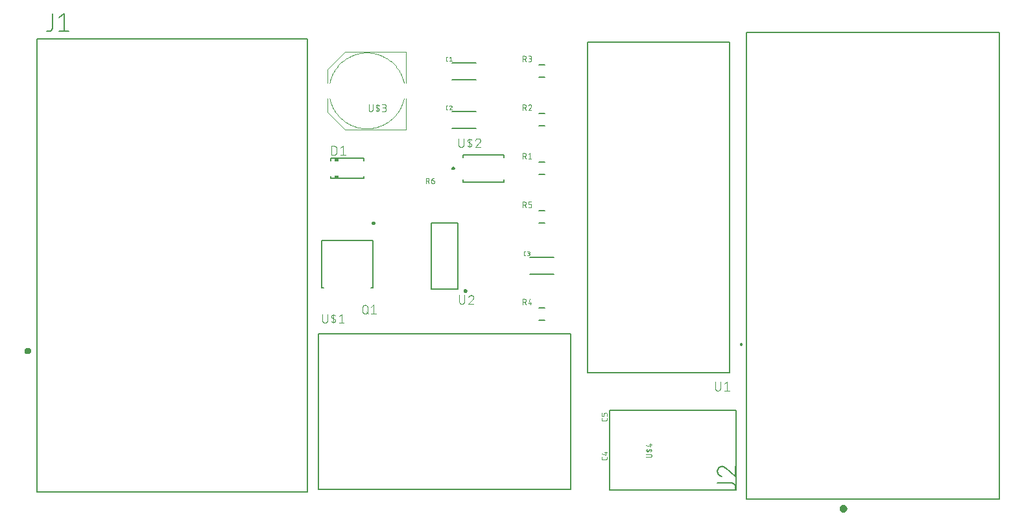
<source format=gbr>
G04 EAGLE Gerber RS-274X export*
G75*
%MOMM*%
%FSLAX34Y34*%
%LPD*%
%INSilkscreen Top*%
%IPPOS*%
%AMOC8*
5,1,8,0,0,1.08239X$1,22.5*%
G01*
%ADD10C,0.152400*%
%ADD11C,0.400000*%
%ADD12C,0.203200*%
%ADD13C,0.127000*%
%ADD14C,0.500000*%
%ADD15C,0.101600*%
%ADD16C,0.200000*%
%ADD17C,0.249988*%
%ADD18C,0.076200*%
%ADD19C,0.240000*%
%ADD20C,0.050800*%
%ADD21R,0.500000X0.350000*%


D10*
X6834Y606184D02*
X359434Y606184D01*
X359434Y14084D01*
X6834Y14084D01*
X6834Y606184D01*
D11*
X-7866Y198984D02*
X-7864Y199073D01*
X-7858Y199162D01*
X-7848Y199251D01*
X-7834Y199339D01*
X-7817Y199426D01*
X-7795Y199512D01*
X-7769Y199598D01*
X-7740Y199682D01*
X-7707Y199765D01*
X-7671Y199846D01*
X-7630Y199926D01*
X-7587Y200003D01*
X-7540Y200079D01*
X-7489Y200152D01*
X-7436Y200223D01*
X-7379Y200292D01*
X-7319Y200358D01*
X-7256Y200422D01*
X-7191Y200482D01*
X-7123Y200540D01*
X-7052Y200594D01*
X-6979Y200645D01*
X-6904Y200693D01*
X-6827Y200738D01*
X-6748Y200779D01*
X-6667Y200816D01*
X-6585Y200850D01*
X-6501Y200881D01*
X-6416Y200907D01*
X-6330Y200930D01*
X-6243Y200948D01*
X-6155Y200963D01*
X-6066Y200974D01*
X-5977Y200981D01*
X-5888Y200984D01*
X-5799Y200983D01*
X-5710Y200978D01*
X-5622Y200969D01*
X-5533Y200956D01*
X-5446Y200939D01*
X-5359Y200919D01*
X-5273Y200894D01*
X-5189Y200866D01*
X-5106Y200834D01*
X-5024Y200798D01*
X-4944Y200759D01*
X-4866Y200716D01*
X-4790Y200670D01*
X-4716Y200620D01*
X-4644Y200567D01*
X-4575Y200511D01*
X-4508Y200452D01*
X-4444Y200390D01*
X-4383Y200326D01*
X-4324Y200258D01*
X-4269Y200188D01*
X-4217Y200116D01*
X-4168Y200041D01*
X-4123Y199965D01*
X-4081Y199886D01*
X-4043Y199806D01*
X-4008Y199724D01*
X-3977Y199640D01*
X-3949Y199555D01*
X-3926Y199469D01*
X-3906Y199382D01*
X-3890Y199295D01*
X-3878Y199206D01*
X-3870Y199118D01*
X-3866Y199029D01*
X-3866Y198939D01*
X-3870Y198850D01*
X-3878Y198762D01*
X-3890Y198673D01*
X-3906Y198586D01*
X-3926Y198499D01*
X-3949Y198413D01*
X-3977Y198328D01*
X-4008Y198244D01*
X-4043Y198162D01*
X-4081Y198082D01*
X-4123Y198003D01*
X-4168Y197927D01*
X-4217Y197852D01*
X-4269Y197780D01*
X-4324Y197710D01*
X-4383Y197642D01*
X-4444Y197578D01*
X-4508Y197516D01*
X-4575Y197457D01*
X-4644Y197401D01*
X-4716Y197348D01*
X-4790Y197298D01*
X-4866Y197252D01*
X-4944Y197209D01*
X-5024Y197170D01*
X-5106Y197134D01*
X-5189Y197102D01*
X-5273Y197074D01*
X-5359Y197049D01*
X-5446Y197029D01*
X-5533Y197012D01*
X-5622Y196999D01*
X-5710Y196990D01*
X-5799Y196985D01*
X-5888Y196984D01*
X-5977Y196987D01*
X-6066Y196994D01*
X-6155Y197005D01*
X-6243Y197020D01*
X-6330Y197038D01*
X-6416Y197061D01*
X-6501Y197087D01*
X-6585Y197118D01*
X-6667Y197152D01*
X-6748Y197189D01*
X-6827Y197230D01*
X-6904Y197275D01*
X-6979Y197323D01*
X-7052Y197374D01*
X-7123Y197428D01*
X-7191Y197486D01*
X-7256Y197546D01*
X-7319Y197610D01*
X-7379Y197676D01*
X-7436Y197745D01*
X-7489Y197816D01*
X-7540Y197889D01*
X-7587Y197965D01*
X-7630Y198042D01*
X-7671Y198122D01*
X-7707Y198203D01*
X-7740Y198286D01*
X-7769Y198370D01*
X-7795Y198456D01*
X-7817Y198542D01*
X-7834Y198629D01*
X-7848Y198717D01*
X-7858Y198806D01*
X-7864Y198895D01*
X-7866Y198984D01*
D12*
X26718Y621383D02*
X26718Y639574D01*
X26718Y621383D02*
X26716Y621240D01*
X26710Y621097D01*
X26700Y620954D01*
X26686Y620811D01*
X26669Y620669D01*
X26647Y620528D01*
X26622Y620387D01*
X26592Y620247D01*
X26559Y620107D01*
X26522Y619969D01*
X26481Y619832D01*
X26436Y619696D01*
X26388Y619561D01*
X26336Y619427D01*
X26280Y619295D01*
X26221Y619165D01*
X26158Y619036D01*
X26092Y618910D01*
X26022Y618785D01*
X25948Y618661D01*
X25872Y618541D01*
X25792Y618422D01*
X25709Y618305D01*
X25622Y618191D01*
X25533Y618079D01*
X25440Y617970D01*
X25345Y617863D01*
X25246Y617759D01*
X25145Y617658D01*
X25041Y617559D01*
X24934Y617464D01*
X24825Y617371D01*
X24713Y617282D01*
X24599Y617195D01*
X24482Y617112D01*
X24363Y617032D01*
X24243Y616956D01*
X24119Y616882D01*
X23994Y616812D01*
X23868Y616746D01*
X23739Y616683D01*
X23609Y616624D01*
X23477Y616568D01*
X23343Y616516D01*
X23208Y616468D01*
X23072Y616423D01*
X22935Y616382D01*
X22797Y616345D01*
X22657Y616312D01*
X22517Y616282D01*
X22376Y616257D01*
X22235Y616235D01*
X22093Y616218D01*
X21950Y616204D01*
X21807Y616194D01*
X21664Y616188D01*
X21521Y616186D01*
X18922Y616186D01*
X35283Y634376D02*
X41779Y639574D01*
X41779Y616186D01*
X35283Y616186D02*
X48276Y616186D01*
D13*
X932434Y614934D02*
X932434Y5334D01*
X932434Y614934D02*
X1262634Y614934D01*
X1262634Y5334D01*
X932434Y5334D01*
D14*
X1056934Y-7366D02*
X1056936Y-7267D01*
X1056942Y-7167D01*
X1056952Y-7068D01*
X1056966Y-6970D01*
X1056983Y-6872D01*
X1057005Y-6775D01*
X1057030Y-6679D01*
X1057059Y-6584D01*
X1057092Y-6490D01*
X1057129Y-6398D01*
X1057169Y-6307D01*
X1057213Y-6218D01*
X1057261Y-6130D01*
X1057312Y-6045D01*
X1057366Y-5962D01*
X1057423Y-5880D01*
X1057484Y-5802D01*
X1057548Y-5725D01*
X1057614Y-5652D01*
X1057684Y-5581D01*
X1057756Y-5513D01*
X1057831Y-5447D01*
X1057909Y-5385D01*
X1057989Y-5326D01*
X1058071Y-5270D01*
X1058155Y-5218D01*
X1058242Y-5169D01*
X1058330Y-5123D01*
X1058420Y-5081D01*
X1058512Y-5042D01*
X1058605Y-5007D01*
X1058699Y-4976D01*
X1058795Y-4949D01*
X1058892Y-4926D01*
X1058989Y-4906D01*
X1059087Y-4890D01*
X1059186Y-4878D01*
X1059285Y-4870D01*
X1059384Y-4866D01*
X1059484Y-4866D01*
X1059583Y-4870D01*
X1059682Y-4878D01*
X1059781Y-4890D01*
X1059879Y-4906D01*
X1059976Y-4926D01*
X1060073Y-4949D01*
X1060169Y-4976D01*
X1060263Y-5007D01*
X1060356Y-5042D01*
X1060448Y-5081D01*
X1060538Y-5123D01*
X1060626Y-5169D01*
X1060713Y-5218D01*
X1060797Y-5270D01*
X1060879Y-5326D01*
X1060959Y-5385D01*
X1061037Y-5447D01*
X1061112Y-5513D01*
X1061184Y-5581D01*
X1061254Y-5652D01*
X1061320Y-5725D01*
X1061384Y-5802D01*
X1061445Y-5880D01*
X1061502Y-5962D01*
X1061556Y-6045D01*
X1061607Y-6130D01*
X1061655Y-6218D01*
X1061699Y-6307D01*
X1061739Y-6398D01*
X1061776Y-6490D01*
X1061809Y-6584D01*
X1061838Y-6679D01*
X1061863Y-6775D01*
X1061885Y-6872D01*
X1061902Y-6970D01*
X1061916Y-7068D01*
X1061926Y-7167D01*
X1061932Y-7267D01*
X1061934Y-7366D01*
X1061932Y-7465D01*
X1061926Y-7565D01*
X1061916Y-7664D01*
X1061902Y-7762D01*
X1061885Y-7860D01*
X1061863Y-7957D01*
X1061838Y-8053D01*
X1061809Y-8148D01*
X1061776Y-8242D01*
X1061739Y-8334D01*
X1061699Y-8425D01*
X1061655Y-8514D01*
X1061607Y-8602D01*
X1061556Y-8687D01*
X1061502Y-8770D01*
X1061445Y-8852D01*
X1061384Y-8930D01*
X1061320Y-9007D01*
X1061254Y-9080D01*
X1061184Y-9151D01*
X1061112Y-9219D01*
X1061037Y-9285D01*
X1060959Y-9347D01*
X1060879Y-9406D01*
X1060797Y-9462D01*
X1060713Y-9514D01*
X1060626Y-9563D01*
X1060538Y-9609D01*
X1060448Y-9651D01*
X1060356Y-9690D01*
X1060263Y-9725D01*
X1060169Y-9756D01*
X1060073Y-9783D01*
X1059976Y-9806D01*
X1059879Y-9826D01*
X1059781Y-9842D01*
X1059682Y-9854D01*
X1059583Y-9862D01*
X1059484Y-9866D01*
X1059384Y-9866D01*
X1059285Y-9862D01*
X1059186Y-9854D01*
X1059087Y-9842D01*
X1058989Y-9826D01*
X1058892Y-9806D01*
X1058795Y-9783D01*
X1058699Y-9756D01*
X1058605Y-9725D01*
X1058512Y-9690D01*
X1058420Y-9651D01*
X1058330Y-9609D01*
X1058242Y-9563D01*
X1058155Y-9514D01*
X1058071Y-9462D01*
X1057989Y-9406D01*
X1057909Y-9347D01*
X1057831Y-9285D01*
X1057756Y-9219D01*
X1057684Y-9151D01*
X1057614Y-9080D01*
X1057548Y-9007D01*
X1057484Y-8930D01*
X1057423Y-8852D01*
X1057366Y-8770D01*
X1057312Y-8687D01*
X1057261Y-8602D01*
X1057213Y-8514D01*
X1057169Y-8425D01*
X1057129Y-8334D01*
X1057092Y-8242D01*
X1057059Y-8148D01*
X1057030Y-8053D01*
X1057005Y-7957D01*
X1056983Y-7860D01*
X1056966Y-7762D01*
X1056952Y-7664D01*
X1056942Y-7565D01*
X1056936Y-7465D01*
X1056934Y-7366D01*
D12*
X913234Y26390D02*
X895028Y26390D01*
X913234Y26390D02*
X913377Y26388D01*
X913521Y26382D01*
X913664Y26372D01*
X913806Y26358D01*
X913949Y26341D01*
X914090Y26319D01*
X914231Y26294D01*
X914372Y26264D01*
X914511Y26231D01*
X914649Y26194D01*
X914787Y26153D01*
X914923Y26108D01*
X915058Y26060D01*
X915192Y26008D01*
X915324Y25952D01*
X915454Y25892D01*
X915583Y25830D01*
X915710Y25763D01*
X915835Y25693D01*
X915958Y25620D01*
X916079Y25543D01*
X916198Y25463D01*
X916315Y25380D01*
X916429Y25293D01*
X916541Y25204D01*
X916650Y25111D01*
X916757Y25015D01*
X916861Y24917D01*
X916963Y24815D01*
X917061Y24711D01*
X917157Y24604D01*
X917250Y24495D01*
X917339Y24383D01*
X917426Y24269D01*
X917509Y24152D01*
X917589Y24033D01*
X917666Y23912D01*
X917739Y23789D01*
X917809Y23664D01*
X917876Y23537D01*
X917938Y23408D01*
X917998Y23278D01*
X918054Y23146D01*
X918106Y23012D01*
X918154Y22877D01*
X918199Y22741D01*
X918240Y22603D01*
X918277Y22465D01*
X918310Y22326D01*
X918340Y22185D01*
X918365Y22044D01*
X918387Y21903D01*
X918404Y21760D01*
X918418Y21618D01*
X918428Y21475D01*
X918434Y21331D01*
X918436Y21188D01*
X918436Y18587D01*
X895028Y42109D02*
X895030Y42260D01*
X895036Y42410D01*
X895045Y42561D01*
X895059Y42711D01*
X895076Y42860D01*
X895098Y43010D01*
X895123Y43158D01*
X895152Y43306D01*
X895184Y43453D01*
X895221Y43599D01*
X895261Y43745D01*
X895305Y43889D01*
X895353Y44032D01*
X895404Y44173D01*
X895459Y44314D01*
X895518Y44452D01*
X895580Y44590D01*
X895645Y44725D01*
X895715Y44859D01*
X895787Y44991D01*
X895863Y45122D01*
X895942Y45250D01*
X896025Y45376D01*
X896110Y45500D01*
X896199Y45621D01*
X896291Y45741D01*
X896386Y45858D01*
X896484Y45972D01*
X896585Y46084D01*
X896689Y46193D01*
X896796Y46300D01*
X896905Y46404D01*
X897017Y46505D01*
X897131Y46603D01*
X897248Y46698D01*
X897368Y46790D01*
X897489Y46879D01*
X897613Y46964D01*
X897739Y47047D01*
X897867Y47126D01*
X897998Y47202D01*
X898130Y47274D01*
X898264Y47344D01*
X898399Y47409D01*
X898537Y47471D01*
X898675Y47530D01*
X898816Y47585D01*
X898957Y47636D01*
X899100Y47684D01*
X899244Y47728D01*
X899390Y47768D01*
X899536Y47805D01*
X899683Y47837D01*
X899831Y47866D01*
X899979Y47891D01*
X900129Y47913D01*
X900278Y47930D01*
X900428Y47944D01*
X900579Y47953D01*
X900729Y47959D01*
X900880Y47961D01*
X895028Y42109D02*
X895030Y41927D01*
X895037Y41746D01*
X895048Y41564D01*
X895063Y41383D01*
X895083Y41202D01*
X895107Y41022D01*
X895135Y40842D01*
X895168Y40664D01*
X895205Y40486D01*
X895247Y40309D01*
X895292Y40133D01*
X895342Y39958D01*
X895396Y39784D01*
X895455Y39612D01*
X895517Y39441D01*
X895584Y39272D01*
X895654Y39104D01*
X895729Y38939D01*
X895808Y38775D01*
X895890Y38613D01*
X895977Y38453D01*
X896067Y38295D01*
X896161Y38140D01*
X896259Y37986D01*
X896361Y37835D01*
X896466Y37687D01*
X896575Y37541D01*
X896687Y37398D01*
X896802Y37258D01*
X896921Y37121D01*
X897044Y36986D01*
X897169Y36854D01*
X897298Y36726D01*
X897430Y36601D01*
X897564Y36478D01*
X897702Y36360D01*
X897842Y36244D01*
X897986Y36132D01*
X898131Y36024D01*
X898280Y35919D01*
X898431Y35817D01*
X898584Y35720D01*
X898740Y35626D01*
X898898Y35536D01*
X899058Y35449D01*
X899220Y35367D01*
X899384Y35288D01*
X899550Y35214D01*
X899717Y35143D01*
X899887Y35077D01*
X900057Y35015D01*
X900230Y34957D01*
X905432Y46011D02*
X905324Y46122D01*
X905214Y46229D01*
X905101Y46334D01*
X904985Y46436D01*
X904867Y46536D01*
X904747Y46632D01*
X904624Y46725D01*
X904499Y46816D01*
X904372Y46903D01*
X904242Y46987D01*
X904111Y47068D01*
X903978Y47146D01*
X903843Y47220D01*
X903706Y47291D01*
X903567Y47359D01*
X903427Y47423D01*
X903285Y47484D01*
X903142Y47541D01*
X902997Y47595D01*
X902851Y47645D01*
X902704Y47691D01*
X902556Y47734D01*
X902407Y47774D01*
X902257Y47809D01*
X902106Y47841D01*
X901954Y47869D01*
X901802Y47894D01*
X901649Y47915D01*
X901496Y47932D01*
X901342Y47945D01*
X901188Y47954D01*
X901034Y47960D01*
X900880Y47962D01*
X905431Y46010D02*
X918436Y34957D01*
X918436Y47961D01*
D13*
X703734Y18134D02*
X703734Y221134D01*
X703734Y18134D02*
X373734Y18134D01*
X373734Y221134D01*
X703734Y221134D01*
D15*
X379242Y238388D02*
X379242Y246826D01*
X379242Y238388D02*
X379244Y238275D01*
X379250Y238162D01*
X379260Y238049D01*
X379274Y237936D01*
X379291Y237824D01*
X379313Y237713D01*
X379338Y237603D01*
X379368Y237493D01*
X379401Y237385D01*
X379438Y237278D01*
X379478Y237172D01*
X379523Y237068D01*
X379571Y236965D01*
X379622Y236864D01*
X379677Y236765D01*
X379735Y236668D01*
X379797Y236573D01*
X379862Y236480D01*
X379930Y236390D01*
X380001Y236302D01*
X380076Y236216D01*
X380153Y236133D01*
X380233Y236053D01*
X380316Y235976D01*
X380402Y235901D01*
X380490Y235830D01*
X380580Y235762D01*
X380673Y235697D01*
X380768Y235635D01*
X380865Y235577D01*
X380964Y235522D01*
X381065Y235471D01*
X381168Y235423D01*
X381272Y235378D01*
X381378Y235338D01*
X381485Y235301D01*
X381593Y235268D01*
X381703Y235238D01*
X381813Y235213D01*
X381924Y235191D01*
X382036Y235174D01*
X382149Y235160D01*
X382262Y235150D01*
X382375Y235144D01*
X382488Y235142D01*
X382601Y235144D01*
X382714Y235150D01*
X382827Y235160D01*
X382940Y235174D01*
X383052Y235191D01*
X383163Y235213D01*
X383273Y235238D01*
X383383Y235268D01*
X383491Y235301D01*
X383598Y235338D01*
X383704Y235378D01*
X383808Y235423D01*
X383911Y235471D01*
X384012Y235522D01*
X384111Y235577D01*
X384208Y235635D01*
X384303Y235697D01*
X384396Y235762D01*
X384486Y235830D01*
X384574Y235901D01*
X384660Y235976D01*
X384743Y236053D01*
X384823Y236133D01*
X384900Y236216D01*
X384975Y236302D01*
X385046Y236390D01*
X385114Y236480D01*
X385179Y236573D01*
X385241Y236668D01*
X385299Y236765D01*
X385354Y236864D01*
X385405Y236965D01*
X385453Y237068D01*
X385498Y237172D01*
X385538Y237278D01*
X385575Y237385D01*
X385608Y237493D01*
X385638Y237603D01*
X385663Y237713D01*
X385685Y237824D01*
X385702Y237936D01*
X385716Y238049D01*
X385726Y238162D01*
X385732Y238275D01*
X385734Y238388D01*
X385733Y238388D02*
X385733Y246826D01*
X393537Y246826D02*
X393537Y235142D01*
X393537Y240984D02*
X391914Y241958D01*
X391913Y241957D02*
X391840Y242004D01*
X391769Y242053D01*
X391699Y242106D01*
X391633Y242162D01*
X391569Y242221D01*
X391507Y242282D01*
X391449Y242346D01*
X391393Y242413D01*
X391341Y242482D01*
X391291Y242554D01*
X391245Y242628D01*
X391202Y242703D01*
X391163Y242781D01*
X391127Y242860D01*
X391095Y242941D01*
X391066Y243023D01*
X391041Y243106D01*
X391020Y243190D01*
X391003Y243275D01*
X390989Y243361D01*
X390980Y243447D01*
X390974Y243534D01*
X390972Y243621D01*
X390974Y243708D01*
X390980Y243795D01*
X390990Y243881D01*
X391003Y243967D01*
X391021Y244052D01*
X391042Y244136D01*
X391067Y244219D01*
X391096Y244302D01*
X391128Y244382D01*
X391164Y244461D01*
X391203Y244539D01*
X391246Y244614D01*
X391293Y244688D01*
X391342Y244759D01*
X391395Y244829D01*
X391450Y244895D01*
X391509Y244959D01*
X391570Y245021D01*
X391635Y245080D01*
X391701Y245135D01*
X391770Y245188D01*
X391842Y245238D01*
X391915Y245284D01*
X391991Y245327D01*
X392068Y245366D01*
X392147Y245402D01*
X392228Y245435D01*
X392310Y245463D01*
X392393Y245489D01*
X392477Y245510D01*
X392563Y245527D01*
X392563Y245528D02*
X392703Y245552D01*
X392845Y245572D01*
X392986Y245588D01*
X393128Y245599D01*
X393271Y245607D01*
X393413Y245611D01*
X393556Y245612D01*
X393699Y245608D01*
X393841Y245600D01*
X393983Y245588D01*
X394125Y245572D01*
X394266Y245553D01*
X394407Y245529D01*
X394547Y245502D01*
X394686Y245470D01*
X394824Y245435D01*
X394962Y245396D01*
X395098Y245353D01*
X395232Y245307D01*
X395366Y245256D01*
X395498Y245203D01*
X395628Y245145D01*
X395757Y245084D01*
X395884Y245019D01*
X396010Y244951D01*
X396133Y244879D01*
X393537Y240984D02*
X395159Y240010D01*
X395160Y240011D02*
X395233Y239964D01*
X395304Y239915D01*
X395374Y239862D01*
X395440Y239806D01*
X395504Y239747D01*
X395566Y239686D01*
X395624Y239622D01*
X395680Y239555D01*
X395732Y239486D01*
X395782Y239414D01*
X395828Y239340D01*
X395871Y239265D01*
X395910Y239187D01*
X395946Y239108D01*
X395978Y239027D01*
X396007Y238945D01*
X396032Y238862D01*
X396053Y238778D01*
X396070Y238693D01*
X396084Y238607D01*
X396093Y238521D01*
X396099Y238434D01*
X396101Y238347D01*
X396099Y238260D01*
X396093Y238173D01*
X396083Y238087D01*
X396070Y238001D01*
X396052Y237916D01*
X396031Y237832D01*
X396006Y237749D01*
X395977Y237666D01*
X395945Y237586D01*
X395909Y237507D01*
X395870Y237429D01*
X395827Y237354D01*
X395780Y237280D01*
X395731Y237209D01*
X395678Y237139D01*
X395623Y237073D01*
X395564Y237009D01*
X395503Y236947D01*
X395438Y236888D01*
X395372Y236833D01*
X395303Y236780D01*
X395231Y236730D01*
X395158Y236684D01*
X395082Y236641D01*
X395005Y236602D01*
X394926Y236566D01*
X394845Y236533D01*
X394763Y236505D01*
X394680Y236479D01*
X394596Y236458D01*
X394511Y236441D01*
X394510Y236440D02*
X394370Y236416D01*
X394228Y236396D01*
X394087Y236380D01*
X393945Y236369D01*
X393802Y236361D01*
X393660Y236357D01*
X393517Y236356D01*
X393374Y236360D01*
X393232Y236368D01*
X393090Y236380D01*
X392948Y236396D01*
X392807Y236415D01*
X392666Y236439D01*
X392526Y236466D01*
X392387Y236498D01*
X392249Y236533D01*
X392111Y236572D01*
X391975Y236615D01*
X391841Y236661D01*
X391707Y236712D01*
X391575Y236765D01*
X391445Y236823D01*
X391316Y236884D01*
X391189Y236949D01*
X391063Y237017D01*
X390940Y237089D01*
X400959Y244230D02*
X404205Y246826D01*
X404205Y235142D01*
X407450Y235142D02*
X400959Y235142D01*
D13*
X725424Y170434D02*
X910844Y170434D01*
X725424Y170434D02*
X725424Y602234D01*
X910844Y602234D01*
X910844Y170434D01*
D16*
X924934Y207234D02*
X924936Y207297D01*
X924942Y207359D01*
X924952Y207421D01*
X924965Y207483D01*
X924983Y207543D01*
X925004Y207602D01*
X925029Y207660D01*
X925058Y207716D01*
X925090Y207770D01*
X925125Y207822D01*
X925163Y207871D01*
X925205Y207919D01*
X925249Y207963D01*
X925297Y208005D01*
X925346Y208043D01*
X925398Y208078D01*
X925452Y208110D01*
X925508Y208139D01*
X925566Y208164D01*
X925625Y208185D01*
X925685Y208203D01*
X925747Y208216D01*
X925809Y208226D01*
X925871Y208232D01*
X925934Y208234D01*
X925997Y208232D01*
X926059Y208226D01*
X926121Y208216D01*
X926183Y208203D01*
X926243Y208185D01*
X926302Y208164D01*
X926360Y208139D01*
X926416Y208110D01*
X926470Y208078D01*
X926522Y208043D01*
X926571Y208005D01*
X926619Y207963D01*
X926663Y207919D01*
X926705Y207871D01*
X926743Y207822D01*
X926778Y207770D01*
X926810Y207716D01*
X926839Y207660D01*
X926864Y207602D01*
X926885Y207543D01*
X926903Y207483D01*
X926916Y207421D01*
X926926Y207359D01*
X926932Y207297D01*
X926934Y207234D01*
X926932Y207171D01*
X926926Y207109D01*
X926916Y207047D01*
X926903Y206985D01*
X926885Y206925D01*
X926864Y206866D01*
X926839Y206808D01*
X926810Y206752D01*
X926778Y206698D01*
X926743Y206646D01*
X926705Y206597D01*
X926663Y206549D01*
X926619Y206505D01*
X926571Y206463D01*
X926522Y206425D01*
X926470Y206390D01*
X926416Y206358D01*
X926360Y206329D01*
X926302Y206304D01*
X926243Y206283D01*
X926183Y206265D01*
X926121Y206252D01*
X926059Y206242D01*
X925997Y206236D01*
X925934Y206234D01*
X925871Y206236D01*
X925809Y206242D01*
X925747Y206252D01*
X925685Y206265D01*
X925625Y206283D01*
X925566Y206304D01*
X925508Y206329D01*
X925452Y206358D01*
X925398Y206390D01*
X925346Y206425D01*
X925297Y206463D01*
X925249Y206505D01*
X925205Y206549D01*
X925163Y206597D01*
X925125Y206646D01*
X925090Y206698D01*
X925058Y206752D01*
X925029Y206808D01*
X925004Y206866D01*
X924983Y206925D01*
X924965Y206985D01*
X924952Y207047D01*
X924942Y207109D01*
X924936Y207171D01*
X924934Y207234D01*
D15*
X892119Y158349D02*
X892119Y149894D01*
X892121Y149782D01*
X892127Y149670D01*
X892136Y149558D01*
X892150Y149446D01*
X892167Y149335D01*
X892189Y149225D01*
X892213Y149116D01*
X892242Y149007D01*
X892275Y148900D01*
X892311Y148793D01*
X892351Y148689D01*
X892394Y148585D01*
X892441Y148483D01*
X892491Y148383D01*
X892545Y148284D01*
X892603Y148188D01*
X892663Y148093D01*
X892727Y148001D01*
X892794Y147911D01*
X892864Y147823D01*
X892937Y147738D01*
X893013Y147655D01*
X893091Y147575D01*
X893173Y147497D01*
X893257Y147423D01*
X893343Y147351D01*
X893432Y147283D01*
X893524Y147218D01*
X893617Y147155D01*
X893713Y147097D01*
X893810Y147041D01*
X893910Y146989D01*
X894011Y146940D01*
X894114Y146895D01*
X894218Y146853D01*
X894323Y146815D01*
X894430Y146781D01*
X894538Y146750D01*
X894647Y146724D01*
X894757Y146700D01*
X894868Y146681D01*
X894979Y146666D01*
X895091Y146654D01*
X895203Y146646D01*
X895315Y146642D01*
X895427Y146642D01*
X895539Y146646D01*
X895651Y146654D01*
X895763Y146666D01*
X895874Y146681D01*
X895985Y146700D01*
X896095Y146724D01*
X896204Y146750D01*
X896312Y146781D01*
X896419Y146815D01*
X896524Y146853D01*
X896628Y146895D01*
X896731Y146940D01*
X896832Y146989D01*
X896932Y147041D01*
X897029Y147097D01*
X897125Y147155D01*
X897218Y147218D01*
X897310Y147283D01*
X897399Y147351D01*
X897485Y147423D01*
X897569Y147497D01*
X897651Y147575D01*
X897729Y147655D01*
X897805Y147738D01*
X897878Y147823D01*
X897948Y147911D01*
X898015Y148001D01*
X898079Y148093D01*
X898139Y148188D01*
X898197Y148284D01*
X898251Y148383D01*
X898301Y148483D01*
X898348Y148585D01*
X898391Y148689D01*
X898431Y148793D01*
X898467Y148900D01*
X898500Y149007D01*
X898529Y149116D01*
X898553Y149225D01*
X898575Y149335D01*
X898592Y149446D01*
X898606Y149558D01*
X898615Y149670D01*
X898621Y149782D01*
X898623Y149894D01*
X898622Y149894D02*
X898622Y158349D01*
X903951Y155748D02*
X907202Y158349D01*
X907202Y146643D01*
X903951Y146643D02*
X910454Y146643D01*
D17*
X564388Y277368D02*
X564390Y277439D01*
X564396Y277510D01*
X564406Y277581D01*
X564420Y277651D01*
X564438Y277720D01*
X564459Y277787D01*
X564485Y277854D01*
X564514Y277919D01*
X564546Y277982D01*
X564583Y278044D01*
X564622Y278103D01*
X564665Y278160D01*
X564711Y278214D01*
X564760Y278266D01*
X564812Y278315D01*
X564866Y278361D01*
X564923Y278404D01*
X564982Y278443D01*
X565044Y278480D01*
X565107Y278512D01*
X565172Y278541D01*
X565239Y278567D01*
X565306Y278588D01*
X565375Y278606D01*
X565445Y278620D01*
X565516Y278630D01*
X565587Y278636D01*
X565658Y278638D01*
X565729Y278636D01*
X565800Y278630D01*
X565871Y278620D01*
X565941Y278606D01*
X566010Y278588D01*
X566077Y278567D01*
X566144Y278541D01*
X566209Y278512D01*
X566272Y278480D01*
X566334Y278443D01*
X566393Y278404D01*
X566450Y278361D01*
X566504Y278315D01*
X566556Y278266D01*
X566605Y278214D01*
X566651Y278160D01*
X566694Y278103D01*
X566733Y278044D01*
X566770Y277982D01*
X566802Y277919D01*
X566831Y277854D01*
X566857Y277787D01*
X566878Y277720D01*
X566896Y277651D01*
X566910Y277581D01*
X566920Y277510D01*
X566926Y277439D01*
X566928Y277368D01*
X566926Y277297D01*
X566920Y277226D01*
X566910Y277155D01*
X566896Y277085D01*
X566878Y277016D01*
X566857Y276949D01*
X566831Y276882D01*
X566802Y276817D01*
X566770Y276754D01*
X566733Y276692D01*
X566694Y276633D01*
X566651Y276576D01*
X566605Y276522D01*
X566556Y276470D01*
X566504Y276421D01*
X566450Y276375D01*
X566393Y276332D01*
X566334Y276293D01*
X566272Y276256D01*
X566209Y276224D01*
X566144Y276195D01*
X566077Y276169D01*
X566010Y276148D01*
X565941Y276130D01*
X565871Y276116D01*
X565800Y276106D01*
X565729Y276100D01*
X565658Y276098D01*
X565587Y276100D01*
X565516Y276106D01*
X565445Y276116D01*
X565375Y276130D01*
X565306Y276148D01*
X565239Y276169D01*
X565172Y276195D01*
X565107Y276224D01*
X565044Y276256D01*
X564982Y276293D01*
X564923Y276332D01*
X564866Y276375D01*
X564812Y276421D01*
X564760Y276470D01*
X564711Y276522D01*
X564665Y276576D01*
X564622Y276633D01*
X564583Y276692D01*
X564546Y276754D01*
X564514Y276817D01*
X564485Y276882D01*
X564459Y276949D01*
X564438Y277016D01*
X564420Y277085D01*
X564406Y277155D01*
X564396Y277226D01*
X564390Y277297D01*
X564388Y277368D01*
D16*
X555752Y279400D02*
X555752Y366268D01*
X521716Y366268D01*
X521716Y279400D01*
X555752Y279400D01*
D15*
X558024Y271526D02*
X558024Y263088D01*
X558023Y263088D02*
X558025Y262975D01*
X558031Y262862D01*
X558041Y262749D01*
X558055Y262636D01*
X558072Y262524D01*
X558094Y262413D01*
X558119Y262303D01*
X558149Y262193D01*
X558182Y262085D01*
X558219Y261978D01*
X558259Y261872D01*
X558304Y261768D01*
X558352Y261665D01*
X558403Y261564D01*
X558458Y261465D01*
X558516Y261368D01*
X558578Y261273D01*
X558643Y261180D01*
X558711Y261090D01*
X558782Y261002D01*
X558857Y260916D01*
X558934Y260833D01*
X559014Y260753D01*
X559097Y260676D01*
X559183Y260601D01*
X559271Y260530D01*
X559361Y260462D01*
X559454Y260397D01*
X559549Y260335D01*
X559646Y260277D01*
X559745Y260222D01*
X559846Y260171D01*
X559949Y260123D01*
X560053Y260078D01*
X560159Y260038D01*
X560266Y260001D01*
X560374Y259968D01*
X560484Y259938D01*
X560594Y259913D01*
X560705Y259891D01*
X560817Y259874D01*
X560930Y259860D01*
X561043Y259850D01*
X561156Y259844D01*
X561269Y259842D01*
X561382Y259844D01*
X561495Y259850D01*
X561608Y259860D01*
X561721Y259874D01*
X561833Y259891D01*
X561944Y259913D01*
X562054Y259938D01*
X562164Y259968D01*
X562272Y260001D01*
X562379Y260038D01*
X562485Y260078D01*
X562589Y260123D01*
X562692Y260171D01*
X562793Y260222D01*
X562892Y260277D01*
X562989Y260335D01*
X563084Y260397D01*
X563177Y260462D01*
X563267Y260530D01*
X563355Y260601D01*
X563441Y260676D01*
X563524Y260753D01*
X563604Y260833D01*
X563681Y260916D01*
X563756Y261002D01*
X563827Y261090D01*
X563895Y261180D01*
X563960Y261273D01*
X564022Y261368D01*
X564080Y261465D01*
X564135Y261564D01*
X564186Y261665D01*
X564234Y261768D01*
X564279Y261872D01*
X564319Y261978D01*
X564356Y262085D01*
X564389Y262193D01*
X564419Y262303D01*
X564444Y262413D01*
X564466Y262524D01*
X564483Y262636D01*
X564497Y262749D01*
X564507Y262862D01*
X564513Y262975D01*
X564515Y263088D01*
X564515Y271526D01*
X573405Y271526D02*
X573512Y271524D01*
X573618Y271518D01*
X573724Y271508D01*
X573830Y271495D01*
X573936Y271477D01*
X574040Y271456D01*
X574144Y271431D01*
X574247Y271402D01*
X574348Y271370D01*
X574448Y271333D01*
X574547Y271293D01*
X574645Y271250D01*
X574741Y271203D01*
X574835Y271152D01*
X574927Y271098D01*
X575017Y271041D01*
X575105Y270981D01*
X575190Y270917D01*
X575273Y270850D01*
X575354Y270780D01*
X575432Y270708D01*
X575508Y270632D01*
X575580Y270554D01*
X575650Y270473D01*
X575717Y270390D01*
X575781Y270305D01*
X575841Y270217D01*
X575898Y270127D01*
X575952Y270035D01*
X576003Y269941D01*
X576050Y269845D01*
X576093Y269747D01*
X576133Y269648D01*
X576170Y269548D01*
X576202Y269447D01*
X576231Y269344D01*
X576256Y269240D01*
X576277Y269136D01*
X576295Y269030D01*
X576308Y268924D01*
X576318Y268818D01*
X576324Y268712D01*
X576326Y268605D01*
X573405Y271526D02*
X573284Y271524D01*
X573163Y271518D01*
X573043Y271508D01*
X572922Y271495D01*
X572803Y271477D01*
X572683Y271456D01*
X572565Y271431D01*
X572448Y271402D01*
X572331Y271369D01*
X572216Y271333D01*
X572102Y271292D01*
X571989Y271249D01*
X571877Y271201D01*
X571768Y271150D01*
X571660Y271095D01*
X571553Y271037D01*
X571449Y270976D01*
X571347Y270911D01*
X571247Y270843D01*
X571149Y270772D01*
X571053Y270698D01*
X570960Y270621D01*
X570870Y270540D01*
X570782Y270457D01*
X570697Y270371D01*
X570614Y270282D01*
X570535Y270191D01*
X570458Y270097D01*
X570385Y270001D01*
X570315Y269903D01*
X570248Y269802D01*
X570184Y269699D01*
X570124Y269594D01*
X570067Y269487D01*
X570013Y269379D01*
X569963Y269269D01*
X569917Y269157D01*
X569874Y269044D01*
X569835Y268929D01*
X575353Y266333D02*
X575432Y266410D01*
X575508Y266491D01*
X575581Y266574D01*
X575651Y266659D01*
X575718Y266747D01*
X575782Y266837D01*
X575842Y266929D01*
X575899Y267024D01*
X575953Y267120D01*
X576004Y267218D01*
X576051Y267318D01*
X576095Y267420D01*
X576135Y267523D01*
X576171Y267627D01*
X576203Y267733D01*
X576232Y267839D01*
X576257Y267947D01*
X576279Y268055D01*
X576296Y268165D01*
X576310Y268274D01*
X576319Y268384D01*
X576325Y268495D01*
X576327Y268605D01*
X575352Y266333D02*
X569835Y259842D01*
X576326Y259842D01*
D13*
X661734Y508634D02*
X669734Y508634D01*
X669734Y492634D02*
X661734Y492634D01*
D18*
X640860Y513242D02*
X640860Y520497D01*
X642876Y520497D01*
X642876Y520496D02*
X642964Y520494D01*
X643052Y520488D01*
X643139Y520479D01*
X643226Y520465D01*
X643312Y520448D01*
X643398Y520427D01*
X643482Y520403D01*
X643565Y520374D01*
X643647Y520343D01*
X643728Y520307D01*
X643806Y520268D01*
X643884Y520226D01*
X643959Y520180D01*
X644032Y520132D01*
X644103Y520080D01*
X644171Y520025D01*
X644237Y519967D01*
X644301Y519906D01*
X644362Y519842D01*
X644420Y519776D01*
X644475Y519708D01*
X644527Y519637D01*
X644575Y519564D01*
X644621Y519489D01*
X644663Y519411D01*
X644702Y519333D01*
X644738Y519252D01*
X644769Y519170D01*
X644798Y519087D01*
X644822Y519003D01*
X644843Y518917D01*
X644860Y518831D01*
X644874Y518744D01*
X644883Y518657D01*
X644889Y518569D01*
X644891Y518481D01*
X644889Y518393D01*
X644883Y518305D01*
X644874Y518218D01*
X644860Y518131D01*
X644843Y518045D01*
X644822Y517959D01*
X644798Y517875D01*
X644769Y517792D01*
X644738Y517710D01*
X644702Y517629D01*
X644663Y517551D01*
X644621Y517474D01*
X644575Y517398D01*
X644527Y517325D01*
X644475Y517254D01*
X644420Y517186D01*
X644362Y517120D01*
X644301Y517056D01*
X644237Y516995D01*
X644171Y516937D01*
X644103Y516882D01*
X644032Y516830D01*
X643959Y516782D01*
X643884Y516736D01*
X643806Y516694D01*
X643728Y516655D01*
X643647Y516619D01*
X643565Y516588D01*
X643482Y516559D01*
X643398Y516535D01*
X643312Y516514D01*
X643226Y516497D01*
X643139Y516483D01*
X643052Y516474D01*
X642964Y516468D01*
X642876Y516466D01*
X640860Y516466D01*
X643279Y516466D02*
X644891Y513242D01*
X652056Y518683D02*
X652054Y518767D01*
X652048Y518850D01*
X652039Y518934D01*
X652025Y519016D01*
X652008Y519098D01*
X651987Y519179D01*
X651962Y519259D01*
X651934Y519338D01*
X651901Y519416D01*
X651866Y519492D01*
X651827Y519566D01*
X651784Y519638D01*
X651739Y519708D01*
X651690Y519776D01*
X651638Y519842D01*
X651583Y519905D01*
X651525Y519966D01*
X651464Y520024D01*
X651401Y520079D01*
X651335Y520131D01*
X651267Y520180D01*
X651197Y520225D01*
X651125Y520268D01*
X651051Y520307D01*
X650975Y520342D01*
X650897Y520375D01*
X650818Y520403D01*
X650738Y520428D01*
X650657Y520449D01*
X650575Y520466D01*
X650493Y520480D01*
X650409Y520489D01*
X650326Y520495D01*
X650242Y520497D01*
X650148Y520495D01*
X650053Y520489D01*
X649959Y520480D01*
X649866Y520466D01*
X649773Y520449D01*
X649680Y520428D01*
X649589Y520404D01*
X649499Y520375D01*
X649410Y520343D01*
X649322Y520308D01*
X649236Y520269D01*
X649152Y520226D01*
X649069Y520180D01*
X648989Y520131D01*
X648910Y520079D01*
X648834Y520023D01*
X648759Y519965D01*
X648688Y519903D01*
X648619Y519838D01*
X648552Y519771D01*
X648489Y519701D01*
X648428Y519629D01*
X648370Y519554D01*
X648315Y519477D01*
X648264Y519398D01*
X648215Y519317D01*
X648170Y519234D01*
X648129Y519149D01*
X648091Y519062D01*
X648056Y518974D01*
X648025Y518885D01*
X651451Y517272D02*
X651514Y517334D01*
X651573Y517399D01*
X651629Y517466D01*
X651682Y517536D01*
X651732Y517608D01*
X651779Y517682D01*
X651822Y517758D01*
X651862Y517836D01*
X651898Y517916D01*
X651931Y517997D01*
X651960Y518080D01*
X651985Y518164D01*
X652007Y518249D01*
X652025Y518334D01*
X652038Y518421D01*
X652048Y518508D01*
X652054Y518595D01*
X652056Y518683D01*
X651451Y517272D02*
X648025Y513242D01*
X652056Y513242D01*
D13*
X661734Y572134D02*
X669734Y572134D01*
X669734Y556134D02*
X661734Y556134D01*
D18*
X640860Y576742D02*
X640860Y583997D01*
X642876Y583997D01*
X642876Y583996D02*
X642964Y583994D01*
X643052Y583988D01*
X643139Y583979D01*
X643226Y583965D01*
X643312Y583948D01*
X643398Y583927D01*
X643482Y583903D01*
X643565Y583874D01*
X643647Y583843D01*
X643728Y583807D01*
X643806Y583768D01*
X643884Y583726D01*
X643959Y583680D01*
X644032Y583632D01*
X644103Y583580D01*
X644171Y583525D01*
X644237Y583467D01*
X644301Y583406D01*
X644362Y583342D01*
X644420Y583276D01*
X644475Y583208D01*
X644527Y583137D01*
X644575Y583064D01*
X644621Y582989D01*
X644663Y582911D01*
X644702Y582833D01*
X644738Y582752D01*
X644769Y582670D01*
X644798Y582587D01*
X644822Y582503D01*
X644843Y582417D01*
X644860Y582331D01*
X644874Y582244D01*
X644883Y582157D01*
X644889Y582069D01*
X644891Y581981D01*
X644889Y581893D01*
X644883Y581805D01*
X644874Y581718D01*
X644860Y581631D01*
X644843Y581545D01*
X644822Y581459D01*
X644798Y581375D01*
X644769Y581292D01*
X644738Y581210D01*
X644702Y581129D01*
X644663Y581051D01*
X644621Y580974D01*
X644575Y580898D01*
X644527Y580825D01*
X644475Y580754D01*
X644420Y580686D01*
X644362Y580620D01*
X644301Y580556D01*
X644237Y580495D01*
X644171Y580437D01*
X644103Y580382D01*
X644032Y580330D01*
X643959Y580282D01*
X643884Y580236D01*
X643806Y580194D01*
X643728Y580155D01*
X643647Y580119D01*
X643565Y580088D01*
X643482Y580059D01*
X643398Y580035D01*
X643312Y580014D01*
X643226Y579997D01*
X643139Y579983D01*
X643052Y579974D01*
X642964Y579968D01*
X642876Y579966D01*
X640860Y579966D01*
X643279Y579966D02*
X644891Y576742D01*
X648025Y576742D02*
X650040Y576742D01*
X650128Y576744D01*
X650216Y576750D01*
X650303Y576759D01*
X650390Y576773D01*
X650476Y576790D01*
X650562Y576811D01*
X650646Y576835D01*
X650729Y576864D01*
X650811Y576895D01*
X650892Y576931D01*
X650970Y576970D01*
X651048Y577012D01*
X651123Y577058D01*
X651196Y577106D01*
X651267Y577158D01*
X651335Y577213D01*
X651401Y577271D01*
X651465Y577332D01*
X651526Y577396D01*
X651584Y577462D01*
X651639Y577530D01*
X651691Y577601D01*
X651739Y577674D01*
X651785Y577750D01*
X651827Y577827D01*
X651866Y577905D01*
X651902Y577986D01*
X651933Y578068D01*
X651962Y578151D01*
X651986Y578235D01*
X652007Y578321D01*
X652024Y578407D01*
X652038Y578494D01*
X652047Y578581D01*
X652053Y578669D01*
X652055Y578757D01*
X652053Y578845D01*
X652047Y578933D01*
X652038Y579020D01*
X652024Y579107D01*
X652007Y579193D01*
X651986Y579279D01*
X651962Y579363D01*
X651933Y579446D01*
X651902Y579528D01*
X651866Y579609D01*
X651827Y579687D01*
X651785Y579765D01*
X651739Y579840D01*
X651691Y579913D01*
X651639Y579984D01*
X651584Y580052D01*
X651526Y580118D01*
X651465Y580182D01*
X651401Y580243D01*
X651335Y580301D01*
X651267Y580356D01*
X651196Y580408D01*
X651123Y580456D01*
X651048Y580502D01*
X650970Y580544D01*
X650892Y580583D01*
X650811Y580619D01*
X650729Y580650D01*
X650646Y580679D01*
X650562Y580703D01*
X650476Y580724D01*
X650390Y580741D01*
X650303Y580755D01*
X650216Y580764D01*
X650128Y580770D01*
X650040Y580772D01*
X650444Y583997D02*
X648025Y583997D01*
X650444Y583997D02*
X650523Y583995D01*
X650602Y583989D01*
X650681Y583980D01*
X650758Y583966D01*
X650836Y583949D01*
X650912Y583928D01*
X650987Y583903D01*
X651061Y583874D01*
X651133Y583842D01*
X651204Y583807D01*
X651273Y583768D01*
X651340Y583725D01*
X651404Y583680D01*
X651467Y583631D01*
X651527Y583579D01*
X651584Y583525D01*
X651638Y583468D01*
X651690Y583408D01*
X651739Y583345D01*
X651784Y583281D01*
X651827Y583214D01*
X651866Y583145D01*
X651901Y583074D01*
X651933Y583002D01*
X651962Y582928D01*
X651987Y582853D01*
X652008Y582777D01*
X652025Y582699D01*
X652039Y582622D01*
X652048Y582543D01*
X652054Y582464D01*
X652056Y582385D01*
X652054Y582306D01*
X652048Y582227D01*
X652039Y582148D01*
X652025Y582071D01*
X652008Y581993D01*
X651987Y581917D01*
X651962Y581842D01*
X651933Y581768D01*
X651901Y581696D01*
X651866Y581625D01*
X651827Y581556D01*
X651784Y581489D01*
X651739Y581425D01*
X651690Y581362D01*
X651638Y581302D01*
X651584Y581245D01*
X651527Y581191D01*
X651467Y581139D01*
X651404Y581090D01*
X651340Y581045D01*
X651273Y581002D01*
X651204Y580963D01*
X651133Y580928D01*
X651061Y580896D01*
X650987Y580867D01*
X650912Y580842D01*
X650836Y580821D01*
X650758Y580804D01*
X650681Y580790D01*
X650602Y580781D01*
X650523Y580775D01*
X650444Y580773D01*
X650444Y580772D02*
X648831Y580772D01*
D13*
X661734Y254634D02*
X669734Y254634D01*
X669734Y238634D02*
X661734Y238634D01*
D18*
X640860Y259242D02*
X640860Y266497D01*
X642876Y266497D01*
X642876Y266496D02*
X642964Y266494D01*
X643052Y266488D01*
X643139Y266479D01*
X643226Y266465D01*
X643312Y266448D01*
X643398Y266427D01*
X643482Y266403D01*
X643565Y266374D01*
X643647Y266343D01*
X643728Y266307D01*
X643806Y266268D01*
X643884Y266226D01*
X643959Y266180D01*
X644032Y266132D01*
X644103Y266080D01*
X644171Y266025D01*
X644237Y265967D01*
X644301Y265906D01*
X644362Y265842D01*
X644420Y265776D01*
X644475Y265708D01*
X644527Y265637D01*
X644575Y265564D01*
X644621Y265489D01*
X644663Y265411D01*
X644702Y265333D01*
X644738Y265252D01*
X644769Y265170D01*
X644798Y265087D01*
X644822Y265003D01*
X644843Y264917D01*
X644860Y264831D01*
X644874Y264744D01*
X644883Y264657D01*
X644889Y264569D01*
X644891Y264481D01*
X644889Y264393D01*
X644883Y264305D01*
X644874Y264218D01*
X644860Y264131D01*
X644843Y264045D01*
X644822Y263959D01*
X644798Y263875D01*
X644769Y263792D01*
X644738Y263710D01*
X644702Y263629D01*
X644663Y263551D01*
X644621Y263474D01*
X644575Y263398D01*
X644527Y263325D01*
X644475Y263254D01*
X644420Y263186D01*
X644362Y263120D01*
X644301Y263056D01*
X644237Y262995D01*
X644171Y262937D01*
X644103Y262882D01*
X644032Y262830D01*
X643959Y262782D01*
X643884Y262736D01*
X643806Y262694D01*
X643728Y262655D01*
X643647Y262619D01*
X643565Y262588D01*
X643482Y262559D01*
X643398Y262535D01*
X643312Y262514D01*
X643226Y262497D01*
X643139Y262483D01*
X643052Y262474D01*
X642964Y262468D01*
X642876Y262466D01*
X640860Y262466D01*
X643279Y262466D02*
X644891Y259242D01*
X648025Y260854D02*
X649637Y266497D01*
X648025Y260854D02*
X652056Y260854D01*
X650847Y262466D02*
X650847Y259242D01*
D13*
X661734Y381634D02*
X669734Y381634D01*
X669734Y365634D02*
X661734Y365634D01*
D18*
X640860Y386242D02*
X640860Y393497D01*
X642876Y393497D01*
X642876Y393496D02*
X642964Y393494D01*
X643052Y393488D01*
X643139Y393479D01*
X643226Y393465D01*
X643312Y393448D01*
X643398Y393427D01*
X643482Y393403D01*
X643565Y393374D01*
X643647Y393343D01*
X643728Y393307D01*
X643806Y393268D01*
X643884Y393226D01*
X643959Y393180D01*
X644032Y393132D01*
X644103Y393080D01*
X644171Y393025D01*
X644237Y392967D01*
X644301Y392906D01*
X644362Y392842D01*
X644420Y392776D01*
X644475Y392708D01*
X644527Y392637D01*
X644575Y392564D01*
X644621Y392489D01*
X644663Y392411D01*
X644702Y392333D01*
X644738Y392252D01*
X644769Y392170D01*
X644798Y392087D01*
X644822Y392003D01*
X644843Y391917D01*
X644860Y391831D01*
X644874Y391744D01*
X644883Y391657D01*
X644889Y391569D01*
X644891Y391481D01*
X644889Y391393D01*
X644883Y391305D01*
X644874Y391218D01*
X644860Y391131D01*
X644843Y391045D01*
X644822Y390959D01*
X644798Y390875D01*
X644769Y390792D01*
X644738Y390710D01*
X644702Y390629D01*
X644663Y390551D01*
X644621Y390474D01*
X644575Y390398D01*
X644527Y390325D01*
X644475Y390254D01*
X644420Y390186D01*
X644362Y390120D01*
X644301Y390056D01*
X644237Y389995D01*
X644171Y389937D01*
X644103Y389882D01*
X644032Y389830D01*
X643959Y389782D01*
X643884Y389736D01*
X643806Y389694D01*
X643728Y389655D01*
X643647Y389619D01*
X643565Y389588D01*
X643482Y389559D01*
X643398Y389535D01*
X643312Y389514D01*
X643226Y389497D01*
X643139Y389483D01*
X643052Y389474D01*
X642964Y389468D01*
X642876Y389466D01*
X640860Y389466D01*
X643279Y389466D02*
X644891Y386242D01*
X648025Y386242D02*
X650444Y386242D01*
X650523Y386244D01*
X650602Y386250D01*
X650681Y386259D01*
X650758Y386273D01*
X650836Y386290D01*
X650912Y386311D01*
X650987Y386336D01*
X651061Y386365D01*
X651133Y386397D01*
X651204Y386432D01*
X651273Y386471D01*
X651340Y386514D01*
X651404Y386559D01*
X651467Y386608D01*
X651527Y386660D01*
X651584Y386714D01*
X651638Y386771D01*
X651690Y386831D01*
X651739Y386894D01*
X651784Y386958D01*
X651827Y387025D01*
X651866Y387094D01*
X651901Y387165D01*
X651933Y387237D01*
X651962Y387311D01*
X651987Y387386D01*
X652008Y387462D01*
X652025Y387539D01*
X652039Y387617D01*
X652048Y387696D01*
X652054Y387775D01*
X652056Y387854D01*
X652056Y388660D01*
X652054Y388739D01*
X652048Y388818D01*
X652039Y388897D01*
X652025Y388974D01*
X652008Y389052D01*
X651987Y389128D01*
X651962Y389203D01*
X651933Y389277D01*
X651901Y389349D01*
X651866Y389420D01*
X651827Y389489D01*
X651784Y389556D01*
X651739Y389620D01*
X651690Y389683D01*
X651638Y389743D01*
X651584Y389800D01*
X651527Y389854D01*
X651467Y389906D01*
X651404Y389955D01*
X651340Y390000D01*
X651273Y390043D01*
X651204Y390082D01*
X651133Y390117D01*
X651061Y390149D01*
X650987Y390178D01*
X650912Y390203D01*
X650836Y390224D01*
X650758Y390241D01*
X650681Y390255D01*
X650602Y390264D01*
X650523Y390270D01*
X650444Y390272D01*
X648025Y390272D01*
X648025Y393497D01*
X652056Y393497D01*
D13*
X661734Y445134D02*
X669734Y445134D01*
X669734Y429134D02*
X661734Y429134D01*
D18*
X640860Y449742D02*
X640860Y456997D01*
X642876Y456997D01*
X642876Y456996D02*
X642964Y456994D01*
X643052Y456988D01*
X643139Y456979D01*
X643226Y456965D01*
X643312Y456948D01*
X643398Y456927D01*
X643482Y456903D01*
X643565Y456874D01*
X643647Y456843D01*
X643728Y456807D01*
X643806Y456768D01*
X643884Y456726D01*
X643959Y456680D01*
X644032Y456632D01*
X644103Y456580D01*
X644171Y456525D01*
X644237Y456467D01*
X644301Y456406D01*
X644362Y456342D01*
X644420Y456276D01*
X644475Y456208D01*
X644527Y456137D01*
X644575Y456064D01*
X644621Y455989D01*
X644663Y455911D01*
X644702Y455833D01*
X644738Y455752D01*
X644769Y455670D01*
X644798Y455587D01*
X644822Y455503D01*
X644843Y455417D01*
X644860Y455331D01*
X644874Y455244D01*
X644883Y455157D01*
X644889Y455069D01*
X644891Y454981D01*
X644889Y454893D01*
X644883Y454805D01*
X644874Y454718D01*
X644860Y454631D01*
X644843Y454545D01*
X644822Y454459D01*
X644798Y454375D01*
X644769Y454292D01*
X644738Y454210D01*
X644702Y454129D01*
X644663Y454051D01*
X644621Y453974D01*
X644575Y453898D01*
X644527Y453825D01*
X644475Y453754D01*
X644420Y453686D01*
X644362Y453620D01*
X644301Y453556D01*
X644237Y453495D01*
X644171Y453437D01*
X644103Y453382D01*
X644032Y453330D01*
X643959Y453282D01*
X643884Y453236D01*
X643806Y453194D01*
X643728Y453155D01*
X643647Y453119D01*
X643565Y453088D01*
X643482Y453059D01*
X643398Y453035D01*
X643312Y453014D01*
X643226Y452997D01*
X643139Y452983D01*
X643052Y452974D01*
X642964Y452968D01*
X642876Y452966D01*
X640860Y452966D01*
X643279Y452966D02*
X644891Y449742D01*
X648025Y455385D02*
X650040Y456997D01*
X650040Y449742D01*
X648025Y449742D02*
X652056Y449742D01*
D13*
X445034Y280834D02*
X442734Y280834D01*
X445034Y280834D02*
X445034Y343034D01*
X378434Y343034D01*
X378434Y280834D01*
X380734Y280834D01*
D19*
X444534Y365834D02*
X444536Y365903D01*
X444542Y365972D01*
X444552Y366040D01*
X444566Y366108D01*
X444583Y366175D01*
X444605Y366241D01*
X444630Y366305D01*
X444659Y366368D01*
X444692Y366429D01*
X444728Y366488D01*
X444767Y366545D01*
X444810Y366599D01*
X444855Y366651D01*
X444904Y366701D01*
X444955Y366747D01*
X445009Y366790D01*
X445066Y366831D01*
X445124Y366867D01*
X445185Y366901D01*
X445247Y366931D01*
X445311Y366957D01*
X445376Y366979D01*
X445443Y366998D01*
X445511Y367013D01*
X445579Y367024D01*
X445648Y367031D01*
X445717Y367034D01*
X445786Y367033D01*
X445855Y367028D01*
X445923Y367019D01*
X445991Y367006D01*
X446058Y366989D01*
X446125Y366969D01*
X446189Y366944D01*
X446252Y366916D01*
X446314Y366885D01*
X446373Y366849D01*
X446431Y366811D01*
X446486Y366769D01*
X446539Y366724D01*
X446589Y366676D01*
X446636Y366626D01*
X446680Y366572D01*
X446721Y366517D01*
X446759Y366459D01*
X446793Y366399D01*
X446824Y366337D01*
X446851Y366273D01*
X446874Y366208D01*
X446894Y366142D01*
X446910Y366074D01*
X446922Y366006D01*
X446930Y365938D01*
X446934Y365869D01*
X446934Y365799D01*
X446930Y365730D01*
X446922Y365662D01*
X446910Y365594D01*
X446894Y365526D01*
X446874Y365460D01*
X446851Y365395D01*
X446824Y365331D01*
X446793Y365269D01*
X446759Y365209D01*
X446721Y365151D01*
X446680Y365096D01*
X446636Y365042D01*
X446589Y364992D01*
X446539Y364944D01*
X446486Y364899D01*
X446431Y364857D01*
X446373Y364819D01*
X446314Y364783D01*
X446252Y364752D01*
X446189Y364724D01*
X446125Y364699D01*
X446058Y364679D01*
X445991Y364662D01*
X445923Y364649D01*
X445855Y364640D01*
X445786Y364635D01*
X445717Y364634D01*
X445648Y364637D01*
X445579Y364644D01*
X445511Y364655D01*
X445443Y364670D01*
X445376Y364689D01*
X445311Y364711D01*
X445247Y364737D01*
X445185Y364767D01*
X445124Y364801D01*
X445066Y364837D01*
X445009Y364878D01*
X444955Y364921D01*
X444904Y364967D01*
X444855Y365017D01*
X444810Y365069D01*
X444767Y365123D01*
X444728Y365180D01*
X444692Y365239D01*
X444659Y365300D01*
X444630Y365363D01*
X444605Y365427D01*
X444583Y365493D01*
X444566Y365560D01*
X444552Y365628D01*
X444542Y365696D01*
X444536Y365765D01*
X444534Y365834D01*
D15*
X431715Y255500D02*
X431715Y250300D01*
X431714Y255500D02*
X431716Y255612D01*
X431722Y255724D01*
X431731Y255836D01*
X431745Y255947D01*
X431762Y256058D01*
X431783Y256168D01*
X431808Y256278D01*
X431837Y256386D01*
X431870Y256494D01*
X431906Y256600D01*
X431946Y256705D01*
X431989Y256808D01*
X432036Y256910D01*
X432086Y257010D01*
X432140Y257109D01*
X432197Y257205D01*
X432258Y257300D01*
X432322Y257392D01*
X432388Y257482D01*
X432458Y257570D01*
X432531Y257655D01*
X432607Y257738D01*
X432686Y257818D01*
X432767Y257895D01*
X432851Y257969D01*
X432938Y258041D01*
X433027Y258109D01*
X433118Y258175D01*
X433211Y258237D01*
X433307Y258296D01*
X433404Y258351D01*
X433504Y258403D01*
X433605Y258452D01*
X433707Y258497D01*
X433812Y258539D01*
X433917Y258577D01*
X434024Y258611D01*
X434132Y258642D01*
X434241Y258669D01*
X434351Y258692D01*
X434461Y258711D01*
X434572Y258726D01*
X434684Y258738D01*
X434796Y258746D01*
X434908Y258750D01*
X435020Y258750D01*
X435132Y258746D01*
X435244Y258738D01*
X435356Y258726D01*
X435467Y258711D01*
X435577Y258692D01*
X435687Y258669D01*
X435796Y258642D01*
X435904Y258611D01*
X436011Y258577D01*
X436116Y258539D01*
X436221Y258497D01*
X436323Y258452D01*
X436424Y258403D01*
X436524Y258351D01*
X436621Y258296D01*
X436717Y258237D01*
X436810Y258175D01*
X436901Y258109D01*
X436990Y258041D01*
X437077Y257969D01*
X437161Y257895D01*
X437242Y257818D01*
X437321Y257738D01*
X437397Y257655D01*
X437470Y257570D01*
X437540Y257482D01*
X437606Y257392D01*
X437670Y257300D01*
X437731Y257205D01*
X437788Y257109D01*
X437842Y257010D01*
X437892Y256910D01*
X437939Y256808D01*
X437982Y256705D01*
X438022Y256600D01*
X438058Y256494D01*
X438091Y256386D01*
X438120Y256278D01*
X438145Y256168D01*
X438166Y256058D01*
X438183Y255947D01*
X438197Y255836D01*
X438206Y255724D01*
X438212Y255612D01*
X438214Y255500D01*
X438214Y250300D01*
X438212Y250188D01*
X438206Y250076D01*
X438197Y249964D01*
X438183Y249853D01*
X438166Y249742D01*
X438145Y249632D01*
X438120Y249522D01*
X438091Y249414D01*
X438058Y249306D01*
X438022Y249200D01*
X437982Y249095D01*
X437939Y248992D01*
X437892Y248890D01*
X437842Y248790D01*
X437788Y248691D01*
X437731Y248595D01*
X437670Y248500D01*
X437606Y248408D01*
X437540Y248318D01*
X437470Y248230D01*
X437397Y248145D01*
X437321Y248062D01*
X437242Y247982D01*
X437161Y247905D01*
X437077Y247831D01*
X436990Y247759D01*
X436901Y247691D01*
X436810Y247625D01*
X436717Y247563D01*
X436621Y247504D01*
X436524Y247449D01*
X436424Y247397D01*
X436323Y247348D01*
X436221Y247303D01*
X436116Y247261D01*
X436011Y247223D01*
X435904Y247189D01*
X435796Y247158D01*
X435687Y247131D01*
X435577Y247108D01*
X435467Y247089D01*
X435356Y247074D01*
X435244Y247062D01*
X435132Y247054D01*
X435020Y247050D01*
X434908Y247050D01*
X434796Y247054D01*
X434684Y247062D01*
X434572Y247074D01*
X434461Y247089D01*
X434351Y247108D01*
X434241Y247131D01*
X434132Y247158D01*
X434024Y247189D01*
X433917Y247223D01*
X433812Y247261D01*
X433707Y247303D01*
X433605Y247348D01*
X433504Y247397D01*
X433404Y247449D01*
X433307Y247504D01*
X433211Y247563D01*
X433118Y247625D01*
X433027Y247691D01*
X432938Y247759D01*
X432851Y247831D01*
X432767Y247905D01*
X432686Y247982D01*
X432607Y248062D01*
X432531Y248145D01*
X432458Y248230D01*
X432388Y248318D01*
X432322Y248408D01*
X432258Y248500D01*
X432197Y248595D01*
X432140Y248691D01*
X432086Y248790D01*
X432036Y248890D01*
X431989Y248992D01*
X431946Y249095D01*
X431906Y249200D01*
X431870Y249306D01*
X431837Y249414D01*
X431808Y249522D01*
X431783Y249632D01*
X431762Y249742D01*
X431745Y249853D01*
X431731Y249964D01*
X431722Y250076D01*
X431716Y250188D01*
X431714Y250300D01*
X436914Y249650D02*
X439514Y247051D01*
X442872Y256150D02*
X446122Y258750D01*
X446122Y247051D01*
X442872Y247051D02*
X449372Y247051D01*
D18*
X514303Y417285D02*
X514303Y424535D01*
X516317Y424535D01*
X516405Y424533D01*
X516493Y424527D01*
X516580Y424518D01*
X516667Y424504D01*
X516753Y424487D01*
X516838Y424466D01*
X516923Y424442D01*
X517006Y424414D01*
X517088Y424382D01*
X517168Y424346D01*
X517247Y424307D01*
X517324Y424265D01*
X517399Y424220D01*
X517472Y424171D01*
X517543Y424119D01*
X517612Y424064D01*
X517678Y424006D01*
X517741Y423945D01*
X517802Y423882D01*
X517860Y423816D01*
X517915Y423747D01*
X517967Y423676D01*
X518016Y423603D01*
X518061Y423528D01*
X518103Y423451D01*
X518142Y423372D01*
X518178Y423292D01*
X518210Y423210D01*
X518238Y423127D01*
X518262Y423042D01*
X518283Y422957D01*
X518300Y422871D01*
X518314Y422784D01*
X518323Y422697D01*
X518329Y422609D01*
X518331Y422521D01*
X518329Y422433D01*
X518323Y422345D01*
X518314Y422258D01*
X518300Y422171D01*
X518283Y422085D01*
X518262Y422000D01*
X518238Y421915D01*
X518210Y421832D01*
X518178Y421750D01*
X518142Y421670D01*
X518103Y421591D01*
X518061Y421514D01*
X518016Y421439D01*
X517967Y421366D01*
X517915Y421295D01*
X517860Y421226D01*
X517802Y421160D01*
X517741Y421097D01*
X517678Y421036D01*
X517612Y420978D01*
X517543Y420923D01*
X517472Y420871D01*
X517399Y420822D01*
X517324Y420777D01*
X517247Y420735D01*
X517168Y420696D01*
X517088Y420660D01*
X517006Y420628D01*
X516923Y420600D01*
X516838Y420576D01*
X516753Y420555D01*
X516667Y420538D01*
X516580Y420524D01*
X516493Y420515D01*
X516405Y420509D01*
X516317Y420507D01*
X514303Y420507D01*
X516719Y420507D02*
X518330Y417285D01*
X521463Y421313D02*
X523879Y421313D01*
X523958Y421311D01*
X524037Y421305D01*
X524115Y421296D01*
X524193Y421282D01*
X524270Y421265D01*
X524347Y421244D01*
X524422Y421219D01*
X524496Y421190D01*
X524568Y421158D01*
X524638Y421123D01*
X524707Y421084D01*
X524774Y421041D01*
X524839Y420996D01*
X524901Y420947D01*
X524961Y420896D01*
X525018Y420841D01*
X525073Y420784D01*
X525124Y420724D01*
X525173Y420662D01*
X525218Y420597D01*
X525261Y420530D01*
X525300Y420461D01*
X525335Y420391D01*
X525367Y420319D01*
X525396Y420245D01*
X525421Y420170D01*
X525442Y420093D01*
X525459Y420016D01*
X525473Y419938D01*
X525482Y419860D01*
X525488Y419781D01*
X525490Y419702D01*
X525490Y419299D01*
X525488Y419211D01*
X525482Y419123D01*
X525473Y419036D01*
X525459Y418949D01*
X525442Y418863D01*
X525421Y418778D01*
X525397Y418693D01*
X525369Y418610D01*
X525337Y418528D01*
X525301Y418448D01*
X525262Y418369D01*
X525220Y418292D01*
X525175Y418217D01*
X525126Y418144D01*
X525074Y418073D01*
X525019Y418004D01*
X524961Y417938D01*
X524900Y417875D01*
X524837Y417814D01*
X524771Y417756D01*
X524702Y417701D01*
X524631Y417649D01*
X524558Y417600D01*
X524483Y417555D01*
X524406Y417513D01*
X524327Y417474D01*
X524247Y417438D01*
X524165Y417406D01*
X524082Y417378D01*
X523997Y417354D01*
X523912Y417333D01*
X523826Y417316D01*
X523739Y417302D01*
X523652Y417293D01*
X523564Y417287D01*
X523476Y417285D01*
X523388Y417287D01*
X523300Y417293D01*
X523213Y417302D01*
X523126Y417316D01*
X523040Y417333D01*
X522955Y417354D01*
X522870Y417378D01*
X522787Y417406D01*
X522705Y417438D01*
X522625Y417474D01*
X522546Y417513D01*
X522469Y417555D01*
X522394Y417600D01*
X522321Y417649D01*
X522250Y417701D01*
X522181Y417756D01*
X522115Y417814D01*
X522052Y417875D01*
X521991Y417938D01*
X521933Y418004D01*
X521878Y418073D01*
X521826Y418144D01*
X521777Y418217D01*
X521732Y418292D01*
X521690Y418369D01*
X521651Y418448D01*
X521615Y418528D01*
X521583Y418610D01*
X521555Y418693D01*
X521531Y418778D01*
X521510Y418863D01*
X521493Y418949D01*
X521479Y419036D01*
X521470Y419123D01*
X521464Y419211D01*
X521462Y419299D01*
X521463Y419299D02*
X521463Y421313D01*
X521465Y421425D01*
X521471Y421538D01*
X521481Y421650D01*
X521494Y421761D01*
X521512Y421872D01*
X521533Y421983D01*
X521559Y422092D01*
X521588Y422201D01*
X521621Y422309D01*
X521657Y422415D01*
X521698Y422520D01*
X521742Y422623D01*
X521789Y422725D01*
X521840Y422826D01*
X521895Y422924D01*
X521953Y423020D01*
X522014Y423115D01*
X522078Y423207D01*
X522146Y423297D01*
X522217Y423384D01*
X522291Y423469D01*
X522367Y423551D01*
X522447Y423631D01*
X522529Y423707D01*
X522614Y423781D01*
X522701Y423852D01*
X522791Y423920D01*
X522883Y423984D01*
X522978Y424045D01*
X523074Y424103D01*
X523172Y424158D01*
X523273Y424209D01*
X523374Y424256D01*
X523478Y424300D01*
X523583Y424341D01*
X523689Y424377D01*
X523797Y424410D01*
X523906Y424439D01*
X524015Y424465D01*
X524125Y424486D01*
X524237Y424504D01*
X524348Y424517D01*
X524460Y424527D01*
X524573Y424533D01*
X524685Y424535D01*
D16*
X562534Y455134D02*
X616534Y455134D01*
X616534Y419134D02*
X562534Y419134D01*
X548620Y437134D02*
X548622Y437209D01*
X548628Y437283D01*
X548638Y437357D01*
X548651Y437430D01*
X548669Y437503D01*
X548690Y437574D01*
X548715Y437645D01*
X548744Y437714D01*
X548777Y437781D01*
X548813Y437846D01*
X548852Y437910D01*
X548894Y437971D01*
X548940Y438030D01*
X548989Y438087D01*
X549041Y438140D01*
X549095Y438191D01*
X549152Y438240D01*
X549212Y438284D01*
X549274Y438326D01*
X549338Y438365D01*
X549404Y438400D01*
X549471Y438431D01*
X549541Y438459D01*
X549611Y438483D01*
X549683Y438504D01*
X549756Y438520D01*
X549829Y438533D01*
X549904Y438542D01*
X549978Y438547D01*
X550053Y438548D01*
X550127Y438545D01*
X550202Y438538D01*
X550275Y438527D01*
X550349Y438513D01*
X550421Y438494D01*
X550492Y438472D01*
X550562Y438446D01*
X550631Y438416D01*
X550697Y438383D01*
X550762Y438346D01*
X550825Y438306D01*
X550886Y438262D01*
X550944Y438216D01*
X551000Y438166D01*
X551053Y438114D01*
X551104Y438059D01*
X551151Y438001D01*
X551195Y437941D01*
X551236Y437878D01*
X551274Y437814D01*
X551308Y437748D01*
X551339Y437679D01*
X551366Y437610D01*
X551389Y437539D01*
X551408Y437467D01*
X551424Y437394D01*
X551436Y437320D01*
X551444Y437246D01*
X551448Y437171D01*
X551448Y437097D01*
X551444Y437022D01*
X551436Y436948D01*
X551424Y436874D01*
X551408Y436801D01*
X551389Y436729D01*
X551366Y436658D01*
X551339Y436589D01*
X551308Y436520D01*
X551274Y436454D01*
X551236Y436390D01*
X551195Y436327D01*
X551151Y436267D01*
X551104Y436209D01*
X551053Y436154D01*
X551000Y436102D01*
X550944Y436052D01*
X550886Y436006D01*
X550825Y435962D01*
X550762Y435922D01*
X550697Y435885D01*
X550631Y435852D01*
X550562Y435822D01*
X550492Y435796D01*
X550421Y435774D01*
X550349Y435755D01*
X550275Y435741D01*
X550202Y435730D01*
X550127Y435723D01*
X550053Y435720D01*
X549978Y435721D01*
X549904Y435726D01*
X549829Y435735D01*
X549756Y435748D01*
X549683Y435764D01*
X549611Y435785D01*
X549541Y435809D01*
X549471Y435837D01*
X549404Y435868D01*
X549338Y435903D01*
X549274Y435942D01*
X549212Y435984D01*
X549152Y436028D01*
X549095Y436077D01*
X549041Y436128D01*
X548989Y436181D01*
X548940Y436238D01*
X548894Y436297D01*
X548852Y436358D01*
X548813Y436422D01*
X548777Y436487D01*
X548744Y436554D01*
X548715Y436623D01*
X548690Y436694D01*
X548669Y436765D01*
X548651Y436838D01*
X548638Y436911D01*
X548628Y436985D01*
X548622Y437059D01*
X548620Y437134D01*
X562534Y451134D02*
X562534Y455134D01*
X616534Y455134D02*
X616534Y451134D01*
X562534Y422634D02*
X562534Y419134D01*
X616534Y419134D02*
X616534Y422634D01*
D15*
X557133Y467893D02*
X557133Y476331D01*
X557132Y467893D02*
X557134Y467780D01*
X557140Y467667D01*
X557150Y467554D01*
X557164Y467441D01*
X557181Y467329D01*
X557203Y467218D01*
X557228Y467108D01*
X557258Y466998D01*
X557291Y466890D01*
X557328Y466783D01*
X557368Y466677D01*
X557413Y466573D01*
X557461Y466470D01*
X557512Y466369D01*
X557567Y466270D01*
X557625Y466173D01*
X557687Y466078D01*
X557752Y465985D01*
X557820Y465895D01*
X557891Y465807D01*
X557966Y465721D01*
X558043Y465638D01*
X558123Y465558D01*
X558206Y465481D01*
X558292Y465406D01*
X558380Y465335D01*
X558470Y465267D01*
X558563Y465202D01*
X558658Y465140D01*
X558755Y465082D01*
X558854Y465027D01*
X558955Y464976D01*
X559058Y464928D01*
X559162Y464883D01*
X559268Y464843D01*
X559375Y464806D01*
X559483Y464773D01*
X559593Y464743D01*
X559703Y464718D01*
X559814Y464696D01*
X559926Y464679D01*
X560039Y464665D01*
X560152Y464655D01*
X560265Y464649D01*
X560378Y464647D01*
X560491Y464649D01*
X560604Y464655D01*
X560717Y464665D01*
X560830Y464679D01*
X560942Y464696D01*
X561053Y464718D01*
X561163Y464743D01*
X561273Y464773D01*
X561381Y464806D01*
X561488Y464843D01*
X561594Y464883D01*
X561698Y464928D01*
X561801Y464976D01*
X561902Y465027D01*
X562001Y465082D01*
X562098Y465140D01*
X562193Y465202D01*
X562286Y465267D01*
X562376Y465335D01*
X562464Y465406D01*
X562550Y465481D01*
X562633Y465558D01*
X562713Y465638D01*
X562790Y465721D01*
X562865Y465807D01*
X562936Y465895D01*
X563004Y465985D01*
X563069Y466078D01*
X563131Y466173D01*
X563189Y466270D01*
X563244Y466369D01*
X563295Y466470D01*
X563343Y466573D01*
X563388Y466677D01*
X563428Y466783D01*
X563465Y466890D01*
X563498Y466998D01*
X563528Y467108D01*
X563553Y467218D01*
X563575Y467329D01*
X563592Y467441D01*
X563606Y467554D01*
X563616Y467667D01*
X563622Y467780D01*
X563624Y467893D01*
X563624Y476331D01*
X571427Y476331D02*
X571427Y464647D01*
X571427Y470489D02*
X569805Y471463D01*
X569804Y471462D02*
X569731Y471509D01*
X569660Y471558D01*
X569590Y471611D01*
X569524Y471667D01*
X569460Y471726D01*
X569398Y471787D01*
X569340Y471851D01*
X569284Y471918D01*
X569232Y471987D01*
X569182Y472059D01*
X569136Y472133D01*
X569093Y472208D01*
X569054Y472286D01*
X569018Y472365D01*
X568986Y472446D01*
X568957Y472528D01*
X568932Y472611D01*
X568911Y472695D01*
X568894Y472780D01*
X568880Y472866D01*
X568871Y472952D01*
X568865Y473039D01*
X568863Y473126D01*
X568865Y473213D01*
X568871Y473300D01*
X568881Y473386D01*
X568894Y473472D01*
X568912Y473557D01*
X568933Y473641D01*
X568958Y473724D01*
X568987Y473807D01*
X569019Y473887D01*
X569055Y473966D01*
X569094Y474044D01*
X569137Y474119D01*
X569184Y474193D01*
X569233Y474264D01*
X569286Y474334D01*
X569341Y474400D01*
X569400Y474464D01*
X569461Y474526D01*
X569526Y474585D01*
X569592Y474640D01*
X569661Y474693D01*
X569733Y474743D01*
X569806Y474789D01*
X569882Y474832D01*
X569959Y474871D01*
X570038Y474907D01*
X570119Y474940D01*
X570201Y474968D01*
X570284Y474994D01*
X570368Y475015D01*
X570454Y475032D01*
X570454Y475033D02*
X570594Y475057D01*
X570736Y475077D01*
X570877Y475093D01*
X571019Y475104D01*
X571162Y475112D01*
X571304Y475116D01*
X571447Y475117D01*
X571590Y475113D01*
X571732Y475105D01*
X571874Y475093D01*
X572016Y475077D01*
X572157Y475058D01*
X572298Y475034D01*
X572438Y475007D01*
X572577Y474975D01*
X572715Y474940D01*
X572853Y474901D01*
X572989Y474858D01*
X573123Y474812D01*
X573257Y474761D01*
X573389Y474708D01*
X573519Y474650D01*
X573648Y474589D01*
X573775Y474524D01*
X573901Y474456D01*
X574024Y474384D01*
X571427Y470489D02*
X573050Y469515D01*
X573051Y469516D02*
X573124Y469469D01*
X573195Y469420D01*
X573265Y469367D01*
X573331Y469311D01*
X573395Y469252D01*
X573457Y469191D01*
X573515Y469127D01*
X573571Y469060D01*
X573623Y468991D01*
X573673Y468919D01*
X573719Y468845D01*
X573762Y468770D01*
X573801Y468692D01*
X573837Y468613D01*
X573869Y468532D01*
X573898Y468450D01*
X573923Y468367D01*
X573944Y468283D01*
X573961Y468198D01*
X573975Y468112D01*
X573984Y468026D01*
X573990Y467939D01*
X573992Y467852D01*
X573990Y467765D01*
X573984Y467678D01*
X573974Y467592D01*
X573961Y467506D01*
X573943Y467421D01*
X573922Y467337D01*
X573897Y467254D01*
X573868Y467171D01*
X573836Y467091D01*
X573800Y467012D01*
X573761Y466934D01*
X573718Y466859D01*
X573671Y466785D01*
X573622Y466714D01*
X573569Y466644D01*
X573514Y466578D01*
X573455Y466514D01*
X573394Y466452D01*
X573329Y466393D01*
X573263Y466338D01*
X573194Y466285D01*
X573122Y466235D01*
X573049Y466189D01*
X572973Y466146D01*
X572896Y466107D01*
X572817Y466071D01*
X572736Y466038D01*
X572654Y466010D01*
X572571Y465984D01*
X572487Y465963D01*
X572402Y465946D01*
X572401Y465945D02*
X572261Y465921D01*
X572119Y465901D01*
X571978Y465885D01*
X571836Y465874D01*
X571693Y465866D01*
X571551Y465862D01*
X571408Y465861D01*
X571265Y465865D01*
X571123Y465873D01*
X570981Y465885D01*
X570839Y465901D01*
X570698Y465920D01*
X570557Y465944D01*
X570417Y465971D01*
X570278Y466003D01*
X570140Y466038D01*
X570002Y466077D01*
X569866Y466120D01*
X569732Y466166D01*
X569598Y466217D01*
X569466Y466270D01*
X569336Y466328D01*
X569207Y466389D01*
X569080Y466454D01*
X568954Y466522D01*
X568831Y466594D01*
X582420Y476331D02*
X582527Y476329D01*
X582633Y476323D01*
X582739Y476313D01*
X582845Y476300D01*
X582951Y476282D01*
X583055Y476261D01*
X583159Y476236D01*
X583262Y476207D01*
X583363Y476175D01*
X583463Y476138D01*
X583562Y476098D01*
X583660Y476055D01*
X583756Y476008D01*
X583850Y475957D01*
X583942Y475903D01*
X584032Y475846D01*
X584120Y475786D01*
X584205Y475722D01*
X584288Y475655D01*
X584369Y475585D01*
X584447Y475513D01*
X584523Y475437D01*
X584595Y475359D01*
X584665Y475278D01*
X584732Y475195D01*
X584796Y475110D01*
X584856Y475022D01*
X584913Y474932D01*
X584967Y474840D01*
X585018Y474746D01*
X585065Y474650D01*
X585108Y474552D01*
X585148Y474453D01*
X585185Y474353D01*
X585217Y474252D01*
X585246Y474149D01*
X585271Y474045D01*
X585292Y473941D01*
X585310Y473835D01*
X585323Y473729D01*
X585333Y473623D01*
X585339Y473517D01*
X585341Y473410D01*
X582420Y476331D02*
X582299Y476329D01*
X582178Y476323D01*
X582058Y476313D01*
X581937Y476300D01*
X581818Y476282D01*
X581698Y476261D01*
X581580Y476236D01*
X581463Y476207D01*
X581346Y476174D01*
X581231Y476138D01*
X581117Y476097D01*
X581004Y476054D01*
X580892Y476006D01*
X580783Y475955D01*
X580675Y475900D01*
X580568Y475842D01*
X580464Y475781D01*
X580362Y475716D01*
X580262Y475648D01*
X580164Y475577D01*
X580068Y475503D01*
X579975Y475426D01*
X579885Y475345D01*
X579797Y475262D01*
X579712Y475176D01*
X579629Y475087D01*
X579550Y474996D01*
X579473Y474902D01*
X579400Y474806D01*
X579330Y474708D01*
X579263Y474607D01*
X579199Y474504D01*
X579139Y474399D01*
X579082Y474292D01*
X579028Y474184D01*
X578978Y474074D01*
X578932Y473962D01*
X578889Y473849D01*
X578850Y473734D01*
X584367Y471138D02*
X584446Y471215D01*
X584522Y471296D01*
X584595Y471379D01*
X584665Y471464D01*
X584732Y471552D01*
X584796Y471642D01*
X584856Y471734D01*
X584913Y471829D01*
X584967Y471925D01*
X585018Y472023D01*
X585065Y472123D01*
X585109Y472225D01*
X585149Y472328D01*
X585185Y472432D01*
X585217Y472538D01*
X585246Y472644D01*
X585271Y472752D01*
X585293Y472860D01*
X585310Y472970D01*
X585324Y473079D01*
X585333Y473189D01*
X585339Y473300D01*
X585341Y473410D01*
X584367Y471138D02*
X578850Y464647D01*
X585341Y464647D01*
X488134Y487734D02*
X488134Y528734D01*
X488134Y487734D02*
X409134Y487734D01*
X386134Y510734D01*
X386134Y528734D01*
X386134Y548734D02*
X386134Y566734D01*
X409134Y589734D01*
X488134Y589734D01*
X488134Y548734D01*
X485634Y548734D02*
X485375Y549915D01*
X485088Y551090D01*
X484772Y552257D01*
X484427Y553416D01*
X484055Y554567D01*
X483654Y555707D01*
X483226Y556838D01*
X482770Y557958D01*
X482287Y559067D01*
X481777Y560163D01*
X481241Y561247D01*
X480678Y562317D01*
X480089Y563373D01*
X479475Y564415D01*
X478835Y565441D01*
X478170Y566451D01*
X477482Y567445D01*
X476768Y568421D01*
X476032Y569380D01*
X475272Y570321D01*
X474489Y571243D01*
X473684Y572145D01*
X472858Y573027D01*
X472010Y573890D01*
X471141Y574731D01*
X470252Y575550D01*
X469343Y576348D01*
X468415Y577123D01*
X467469Y577875D01*
X466504Y578604D01*
X465522Y579310D01*
X464522Y579991D01*
X463507Y580647D01*
X462476Y581278D01*
X461429Y581885D01*
X460368Y582465D01*
X459294Y583019D01*
X458206Y583547D01*
X457105Y584048D01*
X455993Y584522D01*
X454869Y584969D01*
X453735Y585388D01*
X452591Y585780D01*
X451438Y586143D01*
X450276Y586478D01*
X449106Y586785D01*
X447930Y587063D01*
X446746Y587312D01*
X445557Y587532D01*
X444363Y587723D01*
X443165Y587885D01*
X441963Y588018D01*
X440758Y588121D01*
X439551Y588195D01*
X438343Y588239D01*
X437134Y588254D01*
X435925Y588239D01*
X434717Y588195D01*
X433510Y588121D01*
X432305Y588018D01*
X431103Y587885D01*
X429905Y587723D01*
X428711Y587532D01*
X427522Y587312D01*
X426338Y587063D01*
X425162Y586785D01*
X423992Y586478D01*
X422830Y586143D01*
X421677Y585780D01*
X420533Y585388D01*
X419399Y584969D01*
X418275Y584522D01*
X417163Y584048D01*
X416062Y583547D01*
X414974Y583019D01*
X413900Y582465D01*
X412839Y581885D01*
X411792Y581278D01*
X410761Y580647D01*
X409746Y579991D01*
X408746Y579310D01*
X407764Y578604D01*
X406799Y577875D01*
X405853Y577123D01*
X404925Y576348D01*
X404016Y575550D01*
X403127Y574731D01*
X402258Y573890D01*
X401410Y573027D01*
X400584Y572145D01*
X399779Y571243D01*
X398996Y570321D01*
X398236Y569380D01*
X397500Y568421D01*
X396786Y567445D01*
X396098Y566451D01*
X395433Y565441D01*
X394793Y564415D01*
X394179Y563373D01*
X393590Y562317D01*
X393027Y561247D01*
X392491Y560163D01*
X391981Y559067D01*
X391498Y557958D01*
X391042Y556838D01*
X390614Y555707D01*
X390213Y554567D01*
X389841Y553416D01*
X389496Y552257D01*
X389180Y551090D01*
X388893Y549915D01*
X388634Y548734D01*
X388634Y528734D02*
X388893Y527553D01*
X389180Y526378D01*
X389496Y525211D01*
X389841Y524052D01*
X390213Y522901D01*
X390614Y521761D01*
X391042Y520630D01*
X391498Y519510D01*
X391981Y518401D01*
X392491Y517305D01*
X393027Y516221D01*
X393590Y515151D01*
X394179Y514095D01*
X394793Y513053D01*
X395433Y512027D01*
X396098Y511017D01*
X396786Y510023D01*
X397500Y509047D01*
X398236Y508088D01*
X398996Y507147D01*
X399779Y506225D01*
X400584Y505323D01*
X401410Y504441D01*
X402258Y503578D01*
X403127Y502737D01*
X404016Y501918D01*
X404925Y501120D01*
X405853Y500345D01*
X406799Y499593D01*
X407764Y498864D01*
X408746Y498158D01*
X409746Y497477D01*
X410761Y496821D01*
X411792Y496190D01*
X412839Y495583D01*
X413900Y495003D01*
X414974Y494449D01*
X416062Y493921D01*
X417163Y493420D01*
X418275Y492946D01*
X419399Y492499D01*
X420533Y492080D01*
X421677Y491688D01*
X422830Y491325D01*
X423992Y490990D01*
X425162Y490683D01*
X426338Y490405D01*
X427522Y490156D01*
X428711Y489936D01*
X429905Y489745D01*
X431103Y489583D01*
X432305Y489450D01*
X433510Y489347D01*
X434717Y489273D01*
X435925Y489229D01*
X437134Y489214D01*
X438343Y489229D01*
X439551Y489273D01*
X440758Y489347D01*
X441963Y489450D01*
X443165Y489583D01*
X444363Y489745D01*
X445557Y489936D01*
X446746Y490156D01*
X447930Y490405D01*
X449106Y490683D01*
X450276Y490990D01*
X451438Y491325D01*
X452591Y491688D01*
X453735Y492080D01*
X454869Y492499D01*
X455993Y492946D01*
X457105Y493420D01*
X458206Y493921D01*
X459294Y494449D01*
X460368Y495003D01*
X461429Y495583D01*
X462476Y496190D01*
X463507Y496821D01*
X464522Y497477D01*
X465522Y498158D01*
X466504Y498864D01*
X467469Y499593D01*
X468415Y500345D01*
X469343Y501120D01*
X470252Y501918D01*
X471141Y502737D01*
X472010Y503578D01*
X472858Y504441D01*
X473684Y505323D01*
X474489Y506225D01*
X475272Y507147D01*
X476032Y508088D01*
X476768Y509047D01*
X477482Y510023D01*
X478170Y511017D01*
X478835Y512027D01*
X479475Y513053D01*
X480089Y514095D01*
X480678Y515151D01*
X481241Y516221D01*
X481777Y517305D01*
X482287Y518401D01*
X482770Y519510D01*
X483226Y520630D01*
X483654Y521761D01*
X484055Y522901D01*
X484427Y524052D01*
X484772Y525211D01*
X485088Y526378D01*
X485375Y527553D01*
X485634Y528734D01*
D18*
X439662Y520823D02*
X439662Y514023D01*
X439663Y514023D02*
X439665Y513922D01*
X439671Y513820D01*
X439681Y513719D01*
X439694Y513619D01*
X439712Y513519D01*
X439733Y513420D01*
X439759Y513322D01*
X439788Y513225D01*
X439821Y513129D01*
X439857Y513034D01*
X439897Y512941D01*
X439941Y512849D01*
X439988Y512760D01*
X440039Y512672D01*
X440093Y512586D01*
X440151Y512502D01*
X440211Y512421D01*
X440275Y512342D01*
X440341Y512266D01*
X440411Y512192D01*
X440483Y512121D01*
X440559Y512053D01*
X440636Y511988D01*
X440716Y511925D01*
X440799Y511866D01*
X440884Y511811D01*
X440971Y511758D01*
X441059Y511709D01*
X441150Y511664D01*
X441242Y511622D01*
X441336Y511584D01*
X441431Y511549D01*
X441528Y511518D01*
X441626Y511491D01*
X441724Y511467D01*
X441824Y511448D01*
X441924Y511432D01*
X442025Y511420D01*
X442126Y511412D01*
X442227Y511408D01*
X442329Y511408D01*
X442430Y511412D01*
X442531Y511420D01*
X442632Y511432D01*
X442732Y511448D01*
X442832Y511467D01*
X442930Y511491D01*
X443028Y511518D01*
X443125Y511549D01*
X443220Y511584D01*
X443314Y511622D01*
X443406Y511664D01*
X443497Y511709D01*
X443585Y511758D01*
X443672Y511811D01*
X443757Y511866D01*
X443840Y511925D01*
X443920Y511988D01*
X443997Y512053D01*
X444073Y512121D01*
X444145Y512192D01*
X444215Y512266D01*
X444281Y512342D01*
X444345Y512421D01*
X444405Y512502D01*
X444463Y512586D01*
X444517Y512672D01*
X444568Y512760D01*
X444615Y512849D01*
X444659Y512941D01*
X444699Y513034D01*
X444735Y513129D01*
X444768Y513225D01*
X444797Y513322D01*
X444823Y513420D01*
X444844Y513519D01*
X444862Y513619D01*
X444875Y513719D01*
X444885Y513820D01*
X444891Y513922D01*
X444893Y514023D01*
X444893Y520823D01*
X451132Y520823D02*
X451132Y511408D01*
X451132Y516115D02*
X449824Y516900D01*
X449759Y516941D01*
X449696Y516986D01*
X449635Y517033D01*
X449576Y517084D01*
X449521Y517137D01*
X449467Y517193D01*
X449417Y517252D01*
X449370Y517313D01*
X449326Y517376D01*
X449285Y517441D01*
X449247Y517509D01*
X449212Y517578D01*
X449181Y517648D01*
X449154Y517721D01*
X449130Y517794D01*
X449110Y517868D01*
X449093Y517944D01*
X449081Y518020D01*
X449072Y518097D01*
X449066Y518174D01*
X449065Y518251D01*
X449067Y518328D01*
X449074Y518405D01*
X449084Y518482D01*
X449098Y518558D01*
X449115Y518633D01*
X449136Y518707D01*
X449161Y518780D01*
X449190Y518852D01*
X449222Y518922D01*
X449257Y518991D01*
X449296Y519057D01*
X449338Y519122D01*
X449383Y519185D01*
X449431Y519245D01*
X449482Y519303D01*
X449536Y519358D01*
X449593Y519411D01*
X449652Y519461D01*
X449713Y519507D01*
X449777Y519551D01*
X449843Y519591D01*
X449910Y519628D01*
X449980Y519662D01*
X450051Y519692D01*
X450123Y519719D01*
X450197Y519742D01*
X450272Y519762D01*
X450347Y519778D01*
X450347Y519777D02*
X450470Y519797D01*
X450593Y519814D01*
X450717Y519827D01*
X450841Y519836D01*
X450966Y519842D01*
X451090Y519844D01*
X451215Y519842D01*
X451339Y519837D01*
X451463Y519827D01*
X451587Y519814D01*
X451710Y519798D01*
X451833Y519777D01*
X451955Y519753D01*
X452077Y519725D01*
X452197Y519694D01*
X452317Y519659D01*
X452435Y519620D01*
X452552Y519578D01*
X452668Y519533D01*
X452783Y519483D01*
X452896Y519431D01*
X453007Y519375D01*
X453116Y519316D01*
X453224Y519253D01*
X451132Y516115D02*
X452440Y515331D01*
X452505Y515290D01*
X452568Y515245D01*
X452629Y515198D01*
X452688Y515147D01*
X452743Y515094D01*
X452797Y515038D01*
X452847Y514979D01*
X452894Y514918D01*
X452938Y514855D01*
X452979Y514790D01*
X453017Y514722D01*
X453052Y514653D01*
X453083Y514583D01*
X453110Y514510D01*
X453134Y514437D01*
X453154Y514363D01*
X453171Y514287D01*
X453183Y514211D01*
X453192Y514134D01*
X453198Y514057D01*
X453199Y513980D01*
X453197Y513903D01*
X453190Y513826D01*
X453180Y513749D01*
X453166Y513674D01*
X453149Y513598D01*
X453128Y513524D01*
X453103Y513451D01*
X453074Y513379D01*
X453042Y513309D01*
X453007Y513240D01*
X452968Y513174D01*
X452926Y513109D01*
X452881Y513046D01*
X452833Y512986D01*
X452782Y512928D01*
X452728Y512873D01*
X452671Y512820D01*
X452612Y512770D01*
X452551Y512724D01*
X452487Y512680D01*
X452421Y512640D01*
X452354Y512603D01*
X452284Y512569D01*
X452213Y512539D01*
X452141Y512512D01*
X452067Y512489D01*
X451993Y512469D01*
X451917Y512453D01*
X451794Y512433D01*
X451671Y512416D01*
X451547Y512403D01*
X451423Y512394D01*
X451298Y512388D01*
X451174Y512386D01*
X451049Y512388D01*
X450925Y512393D01*
X450801Y512403D01*
X450677Y512416D01*
X450554Y512432D01*
X450431Y512453D01*
X450309Y512477D01*
X450187Y512505D01*
X450067Y512536D01*
X449947Y512571D01*
X449829Y512610D01*
X449712Y512652D01*
X449596Y512697D01*
X449481Y512747D01*
X449368Y512799D01*
X449257Y512855D01*
X449148Y512914D01*
X449040Y512977D01*
X457066Y511408D02*
X459681Y511408D01*
X459782Y511410D01*
X459884Y511416D01*
X459985Y511426D01*
X460085Y511439D01*
X460185Y511457D01*
X460284Y511478D01*
X460382Y511504D01*
X460479Y511533D01*
X460575Y511566D01*
X460670Y511602D01*
X460763Y511642D01*
X460855Y511686D01*
X460944Y511733D01*
X461032Y511784D01*
X461118Y511838D01*
X461202Y511896D01*
X461283Y511956D01*
X461362Y512020D01*
X461438Y512086D01*
X461512Y512156D01*
X461583Y512228D01*
X461651Y512304D01*
X461716Y512381D01*
X461779Y512461D01*
X461838Y512544D01*
X461893Y512629D01*
X461946Y512716D01*
X461995Y512804D01*
X462040Y512895D01*
X462082Y512987D01*
X462120Y513081D01*
X462155Y513176D01*
X462186Y513273D01*
X462213Y513371D01*
X462237Y513469D01*
X462256Y513569D01*
X462272Y513669D01*
X462284Y513770D01*
X462292Y513871D01*
X462296Y513972D01*
X462296Y514074D01*
X462292Y514175D01*
X462284Y514276D01*
X462272Y514377D01*
X462256Y514477D01*
X462237Y514577D01*
X462213Y514675D01*
X462186Y514773D01*
X462155Y514870D01*
X462120Y514965D01*
X462082Y515059D01*
X462040Y515151D01*
X461995Y515242D01*
X461946Y515330D01*
X461893Y515417D01*
X461838Y515502D01*
X461779Y515585D01*
X461716Y515665D01*
X461651Y515742D01*
X461583Y515818D01*
X461512Y515890D01*
X461438Y515960D01*
X461362Y516026D01*
X461283Y516090D01*
X461202Y516150D01*
X461118Y516208D01*
X461032Y516262D01*
X460944Y516313D01*
X460855Y516360D01*
X460763Y516404D01*
X460670Y516444D01*
X460575Y516480D01*
X460479Y516513D01*
X460382Y516542D01*
X460284Y516568D01*
X460185Y516589D01*
X460085Y516607D01*
X459985Y516620D01*
X459884Y516630D01*
X459782Y516636D01*
X459681Y516638D01*
X460204Y520823D02*
X457066Y520823D01*
X460204Y520823D02*
X460294Y520821D01*
X460384Y520815D01*
X460473Y520806D01*
X460562Y520792D01*
X460651Y520775D01*
X460738Y520754D01*
X460825Y520729D01*
X460910Y520700D01*
X460994Y520668D01*
X461077Y520632D01*
X461158Y520593D01*
X461237Y520550D01*
X461314Y520504D01*
X461390Y520455D01*
X461463Y520402D01*
X461533Y520346D01*
X461602Y520288D01*
X461667Y520226D01*
X461730Y520162D01*
X461790Y520095D01*
X461848Y520025D01*
X461902Y519953D01*
X461953Y519879D01*
X462001Y519803D01*
X462045Y519725D01*
X462086Y519644D01*
X462124Y519563D01*
X462158Y519479D01*
X462188Y519395D01*
X462215Y519309D01*
X462238Y519222D01*
X462257Y519134D01*
X462272Y519045D01*
X462284Y518956D01*
X462292Y518866D01*
X462296Y518776D01*
X462296Y518686D01*
X462292Y518596D01*
X462284Y518506D01*
X462272Y518417D01*
X462257Y518328D01*
X462238Y518240D01*
X462215Y518153D01*
X462188Y518067D01*
X462158Y517983D01*
X462124Y517899D01*
X462086Y517818D01*
X462045Y517737D01*
X462001Y517659D01*
X461953Y517583D01*
X461902Y517509D01*
X461848Y517437D01*
X461790Y517367D01*
X461730Y517300D01*
X461667Y517236D01*
X461602Y517174D01*
X461533Y517116D01*
X461463Y517060D01*
X461390Y517007D01*
X461314Y516958D01*
X461237Y516912D01*
X461158Y516869D01*
X461077Y516830D01*
X460994Y516794D01*
X460910Y516762D01*
X460825Y516733D01*
X460738Y516708D01*
X460651Y516687D01*
X460562Y516670D01*
X460473Y516656D01*
X460384Y516647D01*
X460294Y516641D01*
X460204Y516639D01*
X460204Y516638D02*
X458112Y516638D01*
D13*
X548134Y575384D02*
X580134Y575384D01*
X580134Y552884D02*
X548134Y552884D01*
D20*
X542872Y577388D02*
X541630Y577388D01*
X541560Y577390D01*
X541491Y577396D01*
X541422Y577406D01*
X541354Y577419D01*
X541286Y577437D01*
X541220Y577458D01*
X541155Y577483D01*
X541091Y577511D01*
X541029Y577543D01*
X540969Y577578D01*
X540911Y577617D01*
X540856Y577659D01*
X540802Y577704D01*
X540752Y577752D01*
X540704Y577802D01*
X540659Y577856D01*
X540617Y577911D01*
X540578Y577969D01*
X540543Y578029D01*
X540511Y578091D01*
X540483Y578155D01*
X540458Y578220D01*
X540437Y578286D01*
X540419Y578354D01*
X540406Y578422D01*
X540396Y578491D01*
X540390Y578560D01*
X540388Y578630D01*
X540388Y581734D01*
X540390Y581804D01*
X540396Y581873D01*
X540406Y581942D01*
X540419Y582010D01*
X540437Y582078D01*
X540458Y582144D01*
X540483Y582209D01*
X540511Y582273D01*
X540543Y582335D01*
X540578Y582395D01*
X540617Y582453D01*
X540659Y582508D01*
X540704Y582562D01*
X540752Y582612D01*
X540802Y582660D01*
X540856Y582705D01*
X540911Y582747D01*
X540969Y582786D01*
X541029Y582821D01*
X541091Y582853D01*
X541155Y582881D01*
X541220Y582906D01*
X541286Y582927D01*
X541354Y582945D01*
X541422Y582958D01*
X541491Y582968D01*
X541560Y582974D01*
X541630Y582976D01*
X542872Y582976D01*
X544976Y581734D02*
X546528Y582976D01*
X546528Y577388D01*
X544976Y577388D02*
X548081Y577388D01*
D13*
X548134Y511884D02*
X580134Y511884D01*
X580134Y489384D02*
X548134Y489384D01*
D20*
X542872Y513888D02*
X541630Y513888D01*
X541560Y513890D01*
X541491Y513896D01*
X541422Y513906D01*
X541354Y513919D01*
X541286Y513937D01*
X541220Y513958D01*
X541155Y513983D01*
X541091Y514011D01*
X541029Y514043D01*
X540969Y514078D01*
X540911Y514117D01*
X540856Y514159D01*
X540802Y514204D01*
X540752Y514252D01*
X540704Y514302D01*
X540659Y514356D01*
X540617Y514411D01*
X540578Y514469D01*
X540543Y514529D01*
X540511Y514591D01*
X540483Y514655D01*
X540458Y514720D01*
X540437Y514786D01*
X540419Y514854D01*
X540406Y514922D01*
X540396Y514991D01*
X540390Y515060D01*
X540388Y515130D01*
X540388Y518234D01*
X540390Y518304D01*
X540396Y518373D01*
X540406Y518442D01*
X540419Y518510D01*
X540437Y518578D01*
X540458Y518644D01*
X540483Y518709D01*
X540511Y518773D01*
X540543Y518835D01*
X540578Y518895D01*
X540617Y518953D01*
X540659Y519008D01*
X540704Y519062D01*
X540752Y519112D01*
X540802Y519160D01*
X540856Y519205D01*
X540911Y519247D01*
X540969Y519286D01*
X541029Y519321D01*
X541091Y519353D01*
X541155Y519381D01*
X541220Y519406D01*
X541286Y519427D01*
X541354Y519445D01*
X541422Y519458D01*
X541491Y519468D01*
X541560Y519474D01*
X541630Y519476D01*
X542872Y519476D01*
X546684Y519476D02*
X546757Y519474D01*
X546830Y519468D01*
X546903Y519459D01*
X546974Y519445D01*
X547046Y519428D01*
X547116Y519408D01*
X547185Y519383D01*
X547252Y519355D01*
X547318Y519324D01*
X547383Y519289D01*
X547445Y519251D01*
X547505Y519209D01*
X547563Y519165D01*
X547619Y519117D01*
X547672Y519067D01*
X547722Y519014D01*
X547770Y518958D01*
X547814Y518900D01*
X547856Y518840D01*
X547894Y518778D01*
X547929Y518713D01*
X547960Y518647D01*
X547988Y518580D01*
X548013Y518511D01*
X548033Y518441D01*
X548050Y518369D01*
X548064Y518298D01*
X548073Y518225D01*
X548079Y518152D01*
X548081Y518079D01*
X546684Y519476D02*
X546600Y519474D01*
X546517Y519468D01*
X546434Y519459D01*
X546352Y519445D01*
X546270Y519428D01*
X546189Y519406D01*
X546109Y519381D01*
X546031Y519353D01*
X545953Y519321D01*
X545878Y519285D01*
X545804Y519246D01*
X545732Y519203D01*
X545662Y519157D01*
X545595Y519108D01*
X545529Y519055D01*
X545467Y519000D01*
X545407Y518942D01*
X545349Y518881D01*
X545295Y518818D01*
X545243Y518752D01*
X545195Y518684D01*
X545150Y518613D01*
X545108Y518541D01*
X545070Y518466D01*
X545035Y518390D01*
X545004Y518313D01*
X544976Y518234D01*
X547614Y516993D02*
X547668Y517046D01*
X547719Y517103D01*
X547767Y517162D01*
X547812Y517223D01*
X547853Y517286D01*
X547892Y517352D01*
X547927Y517419D01*
X547959Y517488D01*
X547987Y517559D01*
X548011Y517630D01*
X548032Y517703D01*
X548049Y517777D01*
X548063Y517852D01*
X548072Y517927D01*
X548078Y518003D01*
X548080Y518079D01*
X547615Y516992D02*
X544976Y513888D01*
X548081Y513888D01*
D13*
X649734Y321384D02*
X681734Y321384D01*
X681734Y298884D02*
X649734Y298884D01*
D20*
X644472Y323388D02*
X643230Y323388D01*
X643160Y323390D01*
X643091Y323396D01*
X643022Y323406D01*
X642954Y323419D01*
X642886Y323437D01*
X642820Y323458D01*
X642755Y323483D01*
X642691Y323511D01*
X642629Y323543D01*
X642569Y323578D01*
X642511Y323617D01*
X642456Y323659D01*
X642402Y323704D01*
X642352Y323752D01*
X642304Y323802D01*
X642259Y323856D01*
X642217Y323911D01*
X642178Y323969D01*
X642143Y324029D01*
X642111Y324091D01*
X642083Y324155D01*
X642058Y324220D01*
X642037Y324286D01*
X642019Y324354D01*
X642006Y324422D01*
X641996Y324491D01*
X641990Y324560D01*
X641988Y324630D01*
X641988Y327734D01*
X641990Y327804D01*
X641996Y327873D01*
X642006Y327942D01*
X642019Y328010D01*
X642037Y328078D01*
X642058Y328144D01*
X642083Y328209D01*
X642111Y328273D01*
X642143Y328335D01*
X642178Y328395D01*
X642217Y328453D01*
X642259Y328508D01*
X642304Y328562D01*
X642352Y328612D01*
X642402Y328660D01*
X642456Y328705D01*
X642511Y328747D01*
X642569Y328786D01*
X642629Y328821D01*
X642691Y328853D01*
X642755Y328881D01*
X642820Y328906D01*
X642886Y328927D01*
X642954Y328945D01*
X643022Y328958D01*
X643091Y328968D01*
X643160Y328974D01*
X643230Y328976D01*
X644472Y328976D01*
X646576Y323388D02*
X648128Y323388D01*
X648205Y323390D01*
X648283Y323396D01*
X648359Y323405D01*
X648436Y323419D01*
X648511Y323436D01*
X648585Y323457D01*
X648659Y323482D01*
X648731Y323510D01*
X648801Y323542D01*
X648870Y323577D01*
X648937Y323616D01*
X649002Y323658D01*
X649065Y323703D01*
X649126Y323751D01*
X649184Y323802D01*
X649239Y323856D01*
X649292Y323913D01*
X649341Y323972D01*
X649388Y324034D01*
X649432Y324098D01*
X649472Y324164D01*
X649509Y324232D01*
X649543Y324302D01*
X649573Y324373D01*
X649599Y324446D01*
X649622Y324520D01*
X649641Y324595D01*
X649656Y324670D01*
X649668Y324747D01*
X649676Y324824D01*
X649680Y324901D01*
X649680Y324979D01*
X649676Y325056D01*
X649668Y325133D01*
X649656Y325210D01*
X649641Y325285D01*
X649622Y325360D01*
X649599Y325434D01*
X649573Y325507D01*
X649543Y325578D01*
X649509Y325648D01*
X649472Y325716D01*
X649432Y325782D01*
X649388Y325846D01*
X649341Y325908D01*
X649292Y325967D01*
X649239Y326024D01*
X649184Y326078D01*
X649126Y326129D01*
X649065Y326177D01*
X649002Y326222D01*
X648937Y326264D01*
X648870Y326303D01*
X648801Y326338D01*
X648731Y326370D01*
X648659Y326398D01*
X648585Y326423D01*
X648511Y326444D01*
X648436Y326461D01*
X648359Y326475D01*
X648283Y326484D01*
X648205Y326490D01*
X648128Y326492D01*
X648439Y328976D02*
X646576Y328976D01*
X648439Y328976D02*
X648509Y328974D01*
X648578Y328968D01*
X648647Y328958D01*
X648715Y328945D01*
X648783Y328927D01*
X648849Y328906D01*
X648914Y328881D01*
X648978Y328853D01*
X649040Y328821D01*
X649100Y328786D01*
X649158Y328747D01*
X649213Y328705D01*
X649267Y328660D01*
X649317Y328612D01*
X649365Y328562D01*
X649410Y328508D01*
X649452Y328453D01*
X649491Y328395D01*
X649526Y328335D01*
X649558Y328273D01*
X649586Y328209D01*
X649611Y328144D01*
X649632Y328078D01*
X649650Y328010D01*
X649663Y327942D01*
X649673Y327873D01*
X649679Y327804D01*
X649681Y327734D01*
X649679Y327664D01*
X649673Y327595D01*
X649663Y327526D01*
X649650Y327458D01*
X649632Y327390D01*
X649611Y327324D01*
X649586Y327259D01*
X649558Y327195D01*
X649526Y327133D01*
X649491Y327073D01*
X649452Y327015D01*
X649410Y326960D01*
X649365Y326906D01*
X649317Y326856D01*
X649267Y326808D01*
X649213Y326763D01*
X649158Y326721D01*
X649100Y326682D01*
X649040Y326647D01*
X648978Y326615D01*
X648914Y326587D01*
X648849Y326562D01*
X648783Y326541D01*
X648715Y326523D01*
X648647Y326510D01*
X648578Y326500D01*
X648509Y326494D01*
X648439Y326492D01*
X647197Y326492D01*
D10*
X390234Y424134D02*
X390234Y426834D01*
X390234Y424134D02*
X433234Y424134D01*
X433234Y426834D01*
X390234Y447434D02*
X390234Y450134D01*
X433234Y450134D01*
X433234Y447434D01*
D21*
X397734Y448384D03*
X397734Y425884D03*
D15*
X391242Y454642D02*
X391242Y466326D01*
X394488Y466326D01*
X394601Y466324D01*
X394714Y466318D01*
X394827Y466308D01*
X394940Y466294D01*
X395052Y466277D01*
X395163Y466255D01*
X395273Y466230D01*
X395383Y466200D01*
X395491Y466167D01*
X395598Y466130D01*
X395704Y466090D01*
X395808Y466045D01*
X395911Y465997D01*
X396012Y465946D01*
X396111Y465891D01*
X396208Y465833D01*
X396303Y465771D01*
X396396Y465706D01*
X396486Y465638D01*
X396574Y465567D01*
X396660Y465492D01*
X396743Y465415D01*
X396823Y465335D01*
X396900Y465252D01*
X396975Y465166D01*
X397046Y465078D01*
X397114Y464988D01*
X397179Y464895D01*
X397241Y464800D01*
X397299Y464703D01*
X397354Y464604D01*
X397405Y464503D01*
X397453Y464400D01*
X397498Y464296D01*
X397538Y464190D01*
X397575Y464083D01*
X397608Y463975D01*
X397638Y463865D01*
X397663Y463755D01*
X397685Y463644D01*
X397702Y463532D01*
X397716Y463419D01*
X397726Y463306D01*
X397732Y463193D01*
X397734Y463080D01*
X397733Y463080D02*
X397733Y457888D01*
X397734Y457888D02*
X397732Y457775D01*
X397726Y457662D01*
X397716Y457549D01*
X397702Y457436D01*
X397685Y457324D01*
X397663Y457213D01*
X397638Y457103D01*
X397608Y456993D01*
X397575Y456885D01*
X397538Y456778D01*
X397498Y456672D01*
X397453Y456568D01*
X397405Y456465D01*
X397354Y456364D01*
X397299Y456265D01*
X397241Y456168D01*
X397179Y456073D01*
X397114Y455980D01*
X397046Y455890D01*
X396975Y455802D01*
X396900Y455716D01*
X396823Y455633D01*
X396743Y455553D01*
X396660Y455476D01*
X396574Y455401D01*
X396486Y455330D01*
X396396Y455262D01*
X396303Y455197D01*
X396208Y455135D01*
X396111Y455077D01*
X396012Y455022D01*
X395911Y454971D01*
X395808Y454923D01*
X395704Y454878D01*
X395598Y454838D01*
X395491Y454801D01*
X395383Y454768D01*
X395273Y454738D01*
X395163Y454713D01*
X395052Y454691D01*
X394940Y454674D01*
X394827Y454660D01*
X394714Y454650D01*
X394601Y454644D01*
X394488Y454642D01*
X391242Y454642D01*
X403053Y463730D02*
X406299Y466326D01*
X406299Y454642D01*
X409544Y454642D02*
X403053Y454642D01*
D13*
X919334Y120834D02*
X919334Y16834D01*
X919334Y120834D02*
X754334Y120834D01*
X754334Y16834D01*
X919334Y16834D01*
D18*
X807071Y59838D02*
X801751Y59838D01*
X807071Y59839D02*
X807160Y59841D01*
X807249Y59847D01*
X807338Y59857D01*
X807426Y59870D01*
X807514Y59887D01*
X807601Y59909D01*
X807686Y59934D01*
X807771Y59962D01*
X807854Y59995D01*
X807936Y60031D01*
X808016Y60070D01*
X808094Y60113D01*
X808170Y60159D01*
X808245Y60209D01*
X808317Y60262D01*
X808386Y60318D01*
X808453Y60377D01*
X808518Y60438D01*
X808579Y60503D01*
X808638Y60570D01*
X808694Y60639D01*
X808747Y60711D01*
X808797Y60786D01*
X808843Y60862D01*
X808886Y60940D01*
X808925Y61020D01*
X808961Y61102D01*
X808994Y61185D01*
X809022Y61270D01*
X809047Y61355D01*
X809069Y61442D01*
X809086Y61530D01*
X809099Y61618D01*
X809109Y61707D01*
X809115Y61796D01*
X809117Y61885D01*
X809115Y61974D01*
X809109Y62063D01*
X809099Y62152D01*
X809086Y62240D01*
X809069Y62328D01*
X809047Y62415D01*
X809022Y62500D01*
X808994Y62585D01*
X808961Y62668D01*
X808925Y62750D01*
X808886Y62830D01*
X808843Y62908D01*
X808797Y62984D01*
X808747Y63059D01*
X808694Y63131D01*
X808638Y63200D01*
X808579Y63267D01*
X808518Y63332D01*
X808453Y63393D01*
X808386Y63452D01*
X808317Y63508D01*
X808245Y63561D01*
X808170Y63611D01*
X808094Y63657D01*
X808016Y63700D01*
X807936Y63739D01*
X807854Y63775D01*
X807771Y63808D01*
X807686Y63836D01*
X807601Y63861D01*
X807514Y63883D01*
X807426Y63900D01*
X807338Y63913D01*
X807249Y63923D01*
X807160Y63929D01*
X807071Y63931D01*
X801751Y63931D01*
X801751Y68956D02*
X809117Y68956D01*
X805434Y68956D02*
X804820Y67933D01*
X804783Y67875D01*
X804743Y67820D01*
X804699Y67766D01*
X804653Y67715D01*
X804604Y67667D01*
X804552Y67622D01*
X804498Y67579D01*
X804442Y67540D01*
X804383Y67504D01*
X804323Y67471D01*
X804260Y67442D01*
X804197Y67416D01*
X804132Y67394D01*
X804065Y67376D01*
X803998Y67361D01*
X803930Y67350D01*
X803862Y67343D01*
X803793Y67340D01*
X803724Y67341D01*
X803656Y67346D01*
X803587Y67354D01*
X803520Y67366D01*
X803453Y67382D01*
X803387Y67402D01*
X803322Y67426D01*
X803259Y67453D01*
X803197Y67483D01*
X803138Y67518D01*
X803080Y67555D01*
X803024Y67595D01*
X802971Y67639D01*
X802921Y67685D01*
X802873Y67735D01*
X802827Y67787D01*
X802785Y67841D01*
X802746Y67898D01*
X802711Y67956D01*
X802678Y68017D01*
X802649Y68080D01*
X802624Y68143D01*
X802602Y68209D01*
X802584Y68275D01*
X802570Y68342D01*
X802552Y68452D01*
X802537Y68563D01*
X802527Y68673D01*
X802520Y68785D01*
X802517Y68896D01*
X802518Y69007D01*
X802523Y69118D01*
X802531Y69229D01*
X802544Y69340D01*
X802560Y69450D01*
X802580Y69560D01*
X802603Y69668D01*
X802631Y69776D01*
X802662Y69883D01*
X802697Y69989D01*
X802735Y70093D01*
X802777Y70197D01*
X802822Y70298D01*
X802871Y70398D01*
X802923Y70497D01*
X802979Y70593D01*
X805434Y68956D02*
X806048Y69979D01*
X806085Y70037D01*
X806125Y70092D01*
X806169Y70146D01*
X806215Y70197D01*
X806264Y70245D01*
X806316Y70290D01*
X806370Y70333D01*
X806426Y70372D01*
X806485Y70408D01*
X806545Y70441D01*
X806608Y70470D01*
X806671Y70496D01*
X806737Y70518D01*
X806803Y70536D01*
X806870Y70551D01*
X806938Y70562D01*
X807006Y70569D01*
X807075Y70572D01*
X807144Y70571D01*
X807212Y70566D01*
X807281Y70558D01*
X807348Y70546D01*
X807415Y70530D01*
X807481Y70510D01*
X807546Y70486D01*
X807609Y70459D01*
X807671Y70429D01*
X807730Y70394D01*
X807788Y70357D01*
X807844Y70317D01*
X807897Y70273D01*
X807947Y70227D01*
X807995Y70177D01*
X808041Y70125D01*
X808083Y70071D01*
X808122Y70014D01*
X808157Y69956D01*
X808190Y69895D01*
X808219Y69832D01*
X808244Y69769D01*
X808266Y69703D01*
X808284Y69637D01*
X808298Y69570D01*
X808316Y69460D01*
X808331Y69349D01*
X808341Y69239D01*
X808348Y69128D01*
X808351Y69016D01*
X808350Y68905D01*
X808345Y68794D01*
X808337Y68683D01*
X808324Y68572D01*
X808308Y68462D01*
X808288Y68352D01*
X808265Y68244D01*
X808237Y68136D01*
X808206Y68029D01*
X808171Y67923D01*
X808133Y67819D01*
X808091Y67715D01*
X808046Y67614D01*
X807997Y67514D01*
X807945Y67415D01*
X807889Y67319D01*
X807480Y73737D02*
X801751Y75374D01*
X807480Y73737D02*
X807480Y77830D01*
X805843Y76602D02*
X809117Y76602D01*
X750853Y60176D02*
X750853Y58567D01*
X750851Y58488D01*
X750845Y58409D01*
X750836Y58331D01*
X750822Y58253D01*
X750805Y58176D01*
X750784Y58100D01*
X750759Y58025D01*
X750731Y57952D01*
X750699Y57879D01*
X750663Y57809D01*
X750624Y57740D01*
X750582Y57674D01*
X750537Y57609D01*
X750488Y57547D01*
X750436Y57487D01*
X750382Y57430D01*
X750325Y57376D01*
X750265Y57324D01*
X750203Y57275D01*
X750138Y57230D01*
X750072Y57188D01*
X750003Y57149D01*
X749933Y57113D01*
X749860Y57081D01*
X749787Y57053D01*
X749712Y57028D01*
X749636Y57007D01*
X749559Y56990D01*
X749481Y56976D01*
X749403Y56967D01*
X749324Y56961D01*
X749245Y56959D01*
X745223Y56959D01*
X745144Y56961D01*
X745065Y56967D01*
X744987Y56976D01*
X744909Y56990D01*
X744832Y57007D01*
X744756Y57028D01*
X744681Y57053D01*
X744607Y57081D01*
X744535Y57113D01*
X744465Y57149D01*
X744396Y57188D01*
X744329Y57230D01*
X744265Y57276D01*
X744202Y57324D01*
X744142Y57376D01*
X744085Y57430D01*
X744031Y57487D01*
X743979Y57547D01*
X743931Y57609D01*
X743885Y57674D01*
X743843Y57741D01*
X743804Y57809D01*
X743769Y57880D01*
X743736Y57952D01*
X743708Y58026D01*
X743683Y58101D01*
X743662Y58177D01*
X743645Y58254D01*
X743631Y58332D01*
X743622Y58410D01*
X743616Y58489D01*
X743614Y58568D01*
X743615Y58567D02*
X743615Y60176D01*
X743615Y64590D02*
X749245Y62982D01*
X749245Y67003D01*
X747636Y65797D02*
X750853Y65797D01*
X750853Y109367D02*
X750853Y110976D01*
X750853Y109367D02*
X750851Y109288D01*
X750845Y109209D01*
X750836Y109131D01*
X750822Y109053D01*
X750805Y108976D01*
X750784Y108900D01*
X750759Y108825D01*
X750731Y108752D01*
X750699Y108679D01*
X750663Y108609D01*
X750624Y108540D01*
X750582Y108474D01*
X750537Y108409D01*
X750488Y108347D01*
X750436Y108287D01*
X750382Y108230D01*
X750325Y108176D01*
X750265Y108124D01*
X750203Y108075D01*
X750138Y108030D01*
X750072Y107988D01*
X750003Y107949D01*
X749933Y107913D01*
X749860Y107881D01*
X749787Y107853D01*
X749712Y107828D01*
X749636Y107807D01*
X749559Y107790D01*
X749481Y107776D01*
X749403Y107767D01*
X749324Y107761D01*
X749245Y107759D01*
X745223Y107759D01*
X745144Y107761D01*
X745065Y107767D01*
X744987Y107776D01*
X744909Y107790D01*
X744832Y107807D01*
X744756Y107828D01*
X744681Y107853D01*
X744607Y107881D01*
X744535Y107913D01*
X744465Y107949D01*
X744396Y107988D01*
X744329Y108030D01*
X744265Y108076D01*
X744202Y108124D01*
X744142Y108176D01*
X744085Y108230D01*
X744031Y108287D01*
X743979Y108347D01*
X743931Y108409D01*
X743885Y108474D01*
X743843Y108541D01*
X743804Y108609D01*
X743769Y108680D01*
X743736Y108752D01*
X743708Y108826D01*
X743683Y108901D01*
X743662Y108977D01*
X743645Y109054D01*
X743631Y109132D01*
X743622Y109210D01*
X743616Y109289D01*
X743614Y109368D01*
X743615Y109367D02*
X743615Y110976D01*
X750853Y113782D02*
X750853Y116195D01*
X750851Y116274D01*
X750845Y116353D01*
X750836Y116431D01*
X750822Y116509D01*
X750805Y116586D01*
X750784Y116662D01*
X750759Y116737D01*
X750731Y116810D01*
X750699Y116883D01*
X750663Y116953D01*
X750624Y117022D01*
X750582Y117088D01*
X750537Y117153D01*
X750488Y117215D01*
X750436Y117275D01*
X750382Y117332D01*
X750325Y117386D01*
X750265Y117438D01*
X750203Y117487D01*
X750138Y117532D01*
X750072Y117574D01*
X750003Y117613D01*
X749933Y117649D01*
X749860Y117681D01*
X749787Y117709D01*
X749712Y117734D01*
X749636Y117755D01*
X749559Y117772D01*
X749481Y117786D01*
X749403Y117795D01*
X749324Y117801D01*
X749245Y117803D01*
X748440Y117803D01*
X748361Y117801D01*
X748282Y117795D01*
X748204Y117786D01*
X748126Y117772D01*
X748049Y117755D01*
X747973Y117734D01*
X747898Y117709D01*
X747825Y117681D01*
X747752Y117649D01*
X747682Y117613D01*
X747613Y117574D01*
X747547Y117532D01*
X747482Y117487D01*
X747420Y117438D01*
X747360Y117386D01*
X747303Y117332D01*
X747249Y117275D01*
X747197Y117215D01*
X747148Y117153D01*
X747103Y117088D01*
X747061Y117022D01*
X747022Y116953D01*
X746986Y116883D01*
X746954Y116810D01*
X746926Y116737D01*
X746901Y116662D01*
X746880Y116586D01*
X746863Y116509D01*
X746849Y116431D01*
X746840Y116353D01*
X746834Y116274D01*
X746832Y116195D01*
X746832Y113782D01*
X743615Y113782D01*
X743615Y117803D01*
M02*

</source>
